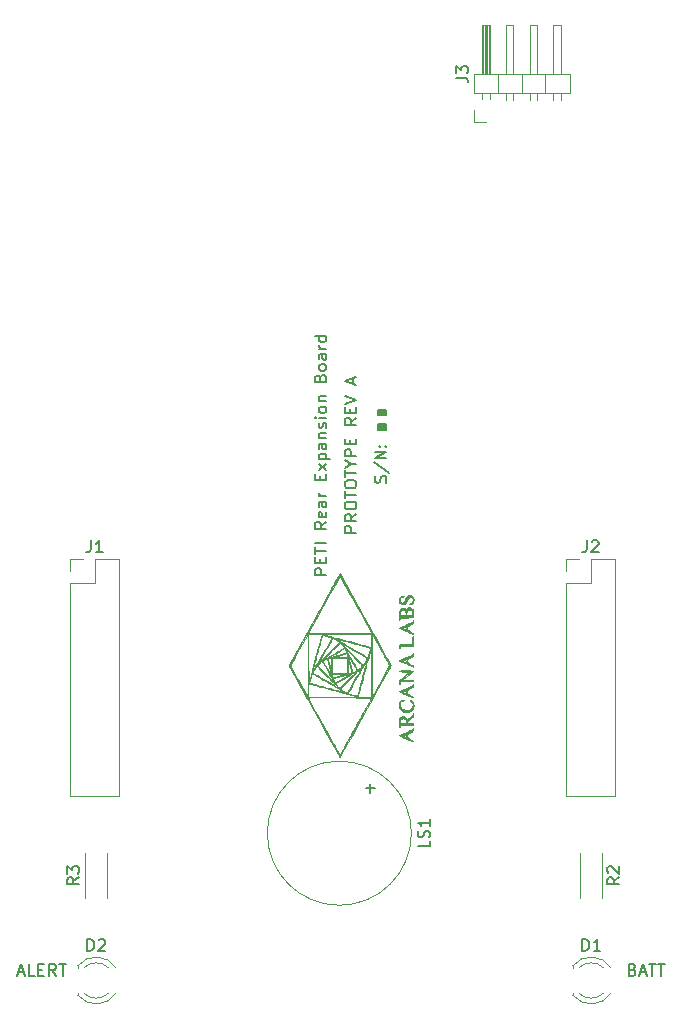
<source format=gbr>
G04 #@! TF.GenerationSoftware,KiCad,Pcbnew,5.1.5+dfsg1-2build2*
G04 #@! TF.CreationDate,2021-11-16T20:06:46-04:00*
G04 #@! TF.ProjectId,prototyping_backplane,70726f74-6f74-4797-9069-6e675f626163,rev?*
G04 #@! TF.SameCoordinates,Original*
G04 #@! TF.FileFunction,Legend,Top*
G04 #@! TF.FilePolarity,Positive*
%FSLAX46Y46*%
G04 Gerber Fmt 4.6, Leading zero omitted, Abs format (unit mm)*
G04 Created by KiCad (PCBNEW 5.1.5+dfsg1-2build2) date 2021-11-16 20:06:46*
%MOMM*%
%LPD*%
G04 APERTURE LIST*
%ADD10C,0.150000*%
%ADD11C,0.010000*%
%ADD12C,0.120000*%
G04 APERTURE END LIST*
D10*
X183284761Y-81041428D02*
X183332380Y-80898571D01*
X183332380Y-80660476D01*
X183284761Y-80565238D01*
X183237142Y-80517619D01*
X183141904Y-80470000D01*
X183046666Y-80470000D01*
X182951428Y-80517619D01*
X182903809Y-80565238D01*
X182856190Y-80660476D01*
X182808571Y-80850952D01*
X182760952Y-80946190D01*
X182713333Y-80993809D01*
X182618095Y-81041428D01*
X182522857Y-81041428D01*
X182427619Y-80993809D01*
X182380000Y-80946190D01*
X182332380Y-80850952D01*
X182332380Y-80612857D01*
X182380000Y-80470000D01*
X182284761Y-79327142D02*
X183570476Y-80184285D01*
X183332380Y-78993809D02*
X182332380Y-78993809D01*
X183332380Y-78422380D01*
X182332380Y-78422380D01*
X183237142Y-77946190D02*
X183284761Y-77898571D01*
X183332380Y-77946190D01*
X183284761Y-77993809D01*
X183237142Y-77946190D01*
X183332380Y-77946190D01*
X182713333Y-77946190D02*
X182760952Y-77898571D01*
X182808571Y-77946190D01*
X182760952Y-77993809D01*
X182713333Y-77946190D01*
X182808571Y-77946190D01*
X183332380Y-76565238D02*
X182856190Y-76089047D01*
X183284761Y-76565238D02*
X182808571Y-76089047D01*
X183237142Y-76565238D02*
X182760952Y-76089047D01*
X183189523Y-76565238D02*
X182713333Y-76089047D01*
X183141904Y-76565238D02*
X182665714Y-76089047D01*
X183094285Y-76565238D02*
X182618095Y-76089047D01*
X183046666Y-76565238D02*
X182570476Y-76089047D01*
X182999047Y-76565238D02*
X182570476Y-76136666D01*
X182951428Y-76565238D02*
X182570476Y-76184285D01*
X182903809Y-76565238D02*
X182570476Y-76231904D01*
X182856190Y-76565238D02*
X182570476Y-76279523D01*
X182808571Y-76565238D02*
X182570476Y-76327142D01*
X182760952Y-76565238D02*
X182570476Y-76374761D01*
X182713333Y-76565238D02*
X182570476Y-76422380D01*
X182665714Y-76565238D02*
X182570476Y-76470000D01*
X182618095Y-76565238D02*
X182570476Y-76517619D01*
X183332380Y-76517619D02*
X182903809Y-76089047D01*
X183332380Y-76470000D02*
X182951428Y-76089047D01*
X183332380Y-76422380D02*
X182999047Y-76089047D01*
X183332380Y-76374761D02*
X183046666Y-76089047D01*
X183332380Y-76327142D02*
X183094285Y-76089047D01*
X183332380Y-76279523D02*
X183141904Y-76089047D01*
X183332380Y-76231904D02*
X183189523Y-76089047D01*
X183332380Y-76184285D02*
X183237142Y-76089047D01*
X183332380Y-76136666D02*
X183284761Y-76089047D01*
X183332380Y-76565238D02*
X182570476Y-76565238D01*
X182570476Y-76089047D01*
X183332380Y-76089047D01*
X183332380Y-76565238D01*
X183332380Y-75327142D02*
X182856190Y-74850952D01*
X183284761Y-75327142D02*
X182808571Y-74850952D01*
X183237142Y-75327142D02*
X182760952Y-74850952D01*
X183189523Y-75327142D02*
X182713333Y-74850952D01*
X183141904Y-75327142D02*
X182665714Y-74850952D01*
X183094285Y-75327142D02*
X182618095Y-74850952D01*
X183046666Y-75327142D02*
X182570476Y-74850952D01*
X182999047Y-75327142D02*
X182570476Y-74898571D01*
X182951428Y-75327142D02*
X182570476Y-74946190D01*
X182903809Y-75327142D02*
X182570476Y-74993809D01*
X182856190Y-75327142D02*
X182570476Y-75041428D01*
X182808571Y-75327142D02*
X182570476Y-75089047D01*
X182760952Y-75327142D02*
X182570476Y-75136666D01*
X182713333Y-75327142D02*
X182570476Y-75184285D01*
X182665714Y-75327142D02*
X182570476Y-75231904D01*
X182618095Y-75327142D02*
X182570476Y-75279523D01*
X183332380Y-75279523D02*
X182903809Y-74850952D01*
X183332380Y-75231904D02*
X182951428Y-74850952D01*
X183332380Y-75184285D02*
X182999047Y-74850952D01*
X183332380Y-75136666D02*
X183046666Y-74850952D01*
X183332380Y-75089047D02*
X183094285Y-74850952D01*
X183332380Y-75041428D02*
X183141904Y-74850952D01*
X183332380Y-74993809D02*
X183189523Y-74850952D01*
X183332380Y-74946190D02*
X183237142Y-74850952D01*
X183332380Y-74898571D02*
X183284761Y-74850952D01*
X183332380Y-75327142D02*
X182570476Y-75327142D01*
X182570476Y-74850952D01*
X183332380Y-74850952D01*
X183332380Y-75327142D01*
X180792380Y-85263809D02*
X179792380Y-85263809D01*
X179792380Y-84882857D01*
X179840000Y-84787619D01*
X179887619Y-84740000D01*
X179982857Y-84692380D01*
X180125714Y-84692380D01*
X180220952Y-84740000D01*
X180268571Y-84787619D01*
X180316190Y-84882857D01*
X180316190Y-85263809D01*
X180792380Y-83692380D02*
X180316190Y-84025714D01*
X180792380Y-84263809D02*
X179792380Y-84263809D01*
X179792380Y-83882857D01*
X179840000Y-83787619D01*
X179887619Y-83740000D01*
X179982857Y-83692380D01*
X180125714Y-83692380D01*
X180220952Y-83740000D01*
X180268571Y-83787619D01*
X180316190Y-83882857D01*
X180316190Y-84263809D01*
X179792380Y-83073333D02*
X179792380Y-82882857D01*
X179840000Y-82787619D01*
X179935238Y-82692380D01*
X180125714Y-82644761D01*
X180459047Y-82644761D01*
X180649523Y-82692380D01*
X180744761Y-82787619D01*
X180792380Y-82882857D01*
X180792380Y-83073333D01*
X180744761Y-83168571D01*
X180649523Y-83263809D01*
X180459047Y-83311428D01*
X180125714Y-83311428D01*
X179935238Y-83263809D01*
X179840000Y-83168571D01*
X179792380Y-83073333D01*
X179792380Y-82359047D02*
X179792380Y-81787619D01*
X180792380Y-82073333D02*
X179792380Y-82073333D01*
X179792380Y-81263809D02*
X179792380Y-81073333D01*
X179840000Y-80978095D01*
X179935238Y-80882857D01*
X180125714Y-80835238D01*
X180459047Y-80835238D01*
X180649523Y-80882857D01*
X180744761Y-80978095D01*
X180792380Y-81073333D01*
X180792380Y-81263809D01*
X180744761Y-81359047D01*
X180649523Y-81454285D01*
X180459047Y-81501904D01*
X180125714Y-81501904D01*
X179935238Y-81454285D01*
X179840000Y-81359047D01*
X179792380Y-81263809D01*
X179792380Y-80549523D02*
X179792380Y-79978095D01*
X180792380Y-80263809D02*
X179792380Y-80263809D01*
X180316190Y-79454285D02*
X180792380Y-79454285D01*
X179792380Y-79787619D02*
X180316190Y-79454285D01*
X179792380Y-79120952D01*
X180792380Y-78787619D02*
X179792380Y-78787619D01*
X179792380Y-78406666D01*
X179840000Y-78311428D01*
X179887619Y-78263809D01*
X179982857Y-78216190D01*
X180125714Y-78216190D01*
X180220952Y-78263809D01*
X180268571Y-78311428D01*
X180316190Y-78406666D01*
X180316190Y-78787619D01*
X180268571Y-77787619D02*
X180268571Y-77454285D01*
X180792380Y-77311428D02*
X180792380Y-77787619D01*
X179792380Y-77787619D01*
X179792380Y-77311428D01*
X180792380Y-75549523D02*
X180316190Y-75882857D01*
X180792380Y-76120952D02*
X179792380Y-76120952D01*
X179792380Y-75740000D01*
X179840000Y-75644761D01*
X179887619Y-75597142D01*
X179982857Y-75549523D01*
X180125714Y-75549523D01*
X180220952Y-75597142D01*
X180268571Y-75644761D01*
X180316190Y-75740000D01*
X180316190Y-76120952D01*
X180268571Y-75120952D02*
X180268571Y-74787619D01*
X180792380Y-74644761D02*
X180792380Y-75120952D01*
X179792380Y-75120952D01*
X179792380Y-74644761D01*
X179792380Y-74359047D02*
X180792380Y-74025714D01*
X179792380Y-73692380D01*
X180506666Y-72644761D02*
X180506666Y-72168571D01*
X180792380Y-72740000D02*
X179792380Y-72406666D01*
X180792380Y-72073333D01*
X178252380Y-88835238D02*
X177252380Y-88835238D01*
X177252380Y-88454285D01*
X177300000Y-88359047D01*
X177347619Y-88311428D01*
X177442857Y-88263809D01*
X177585714Y-88263809D01*
X177680952Y-88311428D01*
X177728571Y-88359047D01*
X177776190Y-88454285D01*
X177776190Y-88835238D01*
X177728571Y-87835238D02*
X177728571Y-87501904D01*
X178252380Y-87359047D02*
X178252380Y-87835238D01*
X177252380Y-87835238D01*
X177252380Y-87359047D01*
X177252380Y-87073333D02*
X177252380Y-86501904D01*
X178252380Y-86787619D02*
X177252380Y-86787619D01*
X178252380Y-86168571D02*
X177252380Y-86168571D01*
X178252380Y-84359047D02*
X177776190Y-84692380D01*
X178252380Y-84930476D02*
X177252380Y-84930476D01*
X177252380Y-84549523D01*
X177300000Y-84454285D01*
X177347619Y-84406666D01*
X177442857Y-84359047D01*
X177585714Y-84359047D01*
X177680952Y-84406666D01*
X177728571Y-84454285D01*
X177776190Y-84549523D01*
X177776190Y-84930476D01*
X178204761Y-83549523D02*
X178252380Y-83644761D01*
X178252380Y-83835238D01*
X178204761Y-83930476D01*
X178109523Y-83978095D01*
X177728571Y-83978095D01*
X177633333Y-83930476D01*
X177585714Y-83835238D01*
X177585714Y-83644761D01*
X177633333Y-83549523D01*
X177728571Y-83501904D01*
X177823809Y-83501904D01*
X177919047Y-83978095D01*
X178252380Y-82644761D02*
X177728571Y-82644761D01*
X177633333Y-82692380D01*
X177585714Y-82787619D01*
X177585714Y-82978095D01*
X177633333Y-83073333D01*
X178204761Y-82644761D02*
X178252380Y-82740000D01*
X178252380Y-82978095D01*
X178204761Y-83073333D01*
X178109523Y-83120952D01*
X178014285Y-83120952D01*
X177919047Y-83073333D01*
X177871428Y-82978095D01*
X177871428Y-82740000D01*
X177823809Y-82644761D01*
X178252380Y-82168571D02*
X177585714Y-82168571D01*
X177776190Y-82168571D02*
X177680952Y-82120952D01*
X177633333Y-82073333D01*
X177585714Y-81978095D01*
X177585714Y-81882857D01*
X177728571Y-80787619D02*
X177728571Y-80454285D01*
X178252380Y-80311428D02*
X178252380Y-80787619D01*
X177252380Y-80787619D01*
X177252380Y-80311428D01*
X178252380Y-79978095D02*
X177585714Y-79454285D01*
X177585714Y-79978095D02*
X178252380Y-79454285D01*
X177585714Y-79073333D02*
X178585714Y-79073333D01*
X177633333Y-79073333D02*
X177585714Y-78978095D01*
X177585714Y-78787619D01*
X177633333Y-78692380D01*
X177680952Y-78644761D01*
X177776190Y-78597142D01*
X178061904Y-78597142D01*
X178157142Y-78644761D01*
X178204761Y-78692380D01*
X178252380Y-78787619D01*
X178252380Y-78978095D01*
X178204761Y-79073333D01*
X178252380Y-77740000D02*
X177728571Y-77740000D01*
X177633333Y-77787619D01*
X177585714Y-77882857D01*
X177585714Y-78073333D01*
X177633333Y-78168571D01*
X178204761Y-77740000D02*
X178252380Y-77835238D01*
X178252380Y-78073333D01*
X178204761Y-78168571D01*
X178109523Y-78216190D01*
X178014285Y-78216190D01*
X177919047Y-78168571D01*
X177871428Y-78073333D01*
X177871428Y-77835238D01*
X177823809Y-77740000D01*
X177585714Y-77263809D02*
X178252380Y-77263809D01*
X177680952Y-77263809D02*
X177633333Y-77216190D01*
X177585714Y-77120952D01*
X177585714Y-76978095D01*
X177633333Y-76882857D01*
X177728571Y-76835238D01*
X178252380Y-76835238D01*
X178204761Y-76406666D02*
X178252380Y-76311428D01*
X178252380Y-76120952D01*
X178204761Y-76025714D01*
X178109523Y-75978095D01*
X178061904Y-75978095D01*
X177966666Y-76025714D01*
X177919047Y-76120952D01*
X177919047Y-76263809D01*
X177871428Y-76359047D01*
X177776190Y-76406666D01*
X177728571Y-76406666D01*
X177633333Y-76359047D01*
X177585714Y-76263809D01*
X177585714Y-76120952D01*
X177633333Y-76025714D01*
X178252380Y-75549523D02*
X177585714Y-75549523D01*
X177252380Y-75549523D02*
X177300000Y-75597142D01*
X177347619Y-75549523D01*
X177300000Y-75501904D01*
X177252380Y-75549523D01*
X177347619Y-75549523D01*
X178252380Y-74930476D02*
X178204761Y-75025714D01*
X178157142Y-75073333D01*
X178061904Y-75120952D01*
X177776190Y-75120952D01*
X177680952Y-75073333D01*
X177633333Y-75025714D01*
X177585714Y-74930476D01*
X177585714Y-74787619D01*
X177633333Y-74692380D01*
X177680952Y-74644761D01*
X177776190Y-74597142D01*
X178061904Y-74597142D01*
X178157142Y-74644761D01*
X178204761Y-74692380D01*
X178252380Y-74787619D01*
X178252380Y-74930476D01*
X177585714Y-74168571D02*
X178252380Y-74168571D01*
X177680952Y-74168571D02*
X177633333Y-74120952D01*
X177585714Y-74025714D01*
X177585714Y-73882857D01*
X177633333Y-73787619D01*
X177728571Y-73740000D01*
X178252380Y-73740000D01*
X177728571Y-72168571D02*
X177776190Y-72025714D01*
X177823809Y-71978095D01*
X177919047Y-71930476D01*
X178061904Y-71930476D01*
X178157142Y-71978095D01*
X178204761Y-72025714D01*
X178252380Y-72120952D01*
X178252380Y-72501904D01*
X177252380Y-72501904D01*
X177252380Y-72168571D01*
X177300000Y-72073333D01*
X177347619Y-72025714D01*
X177442857Y-71978095D01*
X177538095Y-71978095D01*
X177633333Y-72025714D01*
X177680952Y-72073333D01*
X177728571Y-72168571D01*
X177728571Y-72501904D01*
X178252380Y-71359047D02*
X178204761Y-71454285D01*
X178157142Y-71501904D01*
X178061904Y-71549523D01*
X177776190Y-71549523D01*
X177680952Y-71501904D01*
X177633333Y-71454285D01*
X177585714Y-71359047D01*
X177585714Y-71216190D01*
X177633333Y-71120952D01*
X177680952Y-71073333D01*
X177776190Y-71025714D01*
X178061904Y-71025714D01*
X178157142Y-71073333D01*
X178204761Y-71120952D01*
X178252380Y-71216190D01*
X178252380Y-71359047D01*
X178252380Y-70168571D02*
X177728571Y-70168571D01*
X177633333Y-70216190D01*
X177585714Y-70311428D01*
X177585714Y-70501904D01*
X177633333Y-70597142D01*
X178204761Y-70168571D02*
X178252380Y-70263809D01*
X178252380Y-70501904D01*
X178204761Y-70597142D01*
X178109523Y-70644761D01*
X178014285Y-70644761D01*
X177919047Y-70597142D01*
X177871428Y-70501904D01*
X177871428Y-70263809D01*
X177823809Y-70168571D01*
X178252380Y-69692380D02*
X177585714Y-69692380D01*
X177776190Y-69692380D02*
X177680952Y-69644761D01*
X177633333Y-69597142D01*
X177585714Y-69501904D01*
X177585714Y-69406666D01*
X178252380Y-68644761D02*
X177252380Y-68644761D01*
X178204761Y-68644761D02*
X178252380Y-68740000D01*
X178252380Y-68930476D01*
X178204761Y-69025714D01*
X178157142Y-69073333D01*
X178061904Y-69120952D01*
X177776190Y-69120952D01*
X177680952Y-69073333D01*
X177633333Y-69025714D01*
X177585714Y-68930476D01*
X177585714Y-68740000D01*
X177633333Y-68644761D01*
D11*
G36*
X184391472Y-99762440D02*
G01*
X184423696Y-99650254D01*
X184465324Y-99556485D01*
X184511314Y-99496666D01*
X184571307Y-99462741D01*
X184654943Y-99446657D01*
X184668912Y-99445385D01*
X184742367Y-99443636D01*
X184778451Y-99452307D01*
X184775723Y-99469469D01*
X184732742Y-99493194D01*
X184710909Y-99501620D01*
X184595726Y-99563084D01*
X184510975Y-99650796D01*
X184460181Y-99759927D01*
X184446334Y-99864333D01*
X184465320Y-99987264D01*
X184520959Y-100091172D01*
X184611275Y-100174349D01*
X184734288Y-100235085D01*
X184888022Y-100271671D01*
X184922584Y-100275972D01*
X185087553Y-100278245D01*
X185232657Y-100249266D01*
X185354339Y-100191253D01*
X185449042Y-100106425D01*
X185513211Y-99996999D01*
X185540541Y-99890545D01*
X185538352Y-99768735D01*
X185496679Y-99655997D01*
X185414172Y-99548832D01*
X185405415Y-99540048D01*
X185356778Y-99488815D01*
X185325363Y-99449250D01*
X185317973Y-99430138D01*
X185342391Y-99432798D01*
X185385515Y-99459838D01*
X185438510Y-99503490D01*
X185492542Y-99555982D01*
X185538775Y-99609545D01*
X185562905Y-99645542D01*
X185602644Y-99751241D01*
X185621483Y-99877164D01*
X185617825Y-100005863D01*
X185602819Y-100082064D01*
X185545497Y-100210751D01*
X185451098Y-100320001D01*
X185334807Y-100401851D01*
X185276422Y-100433052D01*
X185226451Y-100452447D01*
X185171537Y-100462801D01*
X185098325Y-100466879D01*
X185017834Y-100467481D01*
X184917664Y-100466002D01*
X184846480Y-100460057D01*
X184790984Y-100447206D01*
X184737877Y-100425009D01*
X184710917Y-100411163D01*
X184575067Y-100317433D01*
X184473492Y-100201177D01*
X184407897Y-100066915D01*
X184379989Y-99919163D01*
X184391472Y-99762440D01*
G37*
X184391472Y-99762440D02*
X184423696Y-99650254D01*
X184465324Y-99556485D01*
X184511314Y-99496666D01*
X184571307Y-99462741D01*
X184654943Y-99446657D01*
X184668912Y-99445385D01*
X184742367Y-99443636D01*
X184778451Y-99452307D01*
X184775723Y-99469469D01*
X184732742Y-99493194D01*
X184710909Y-99501620D01*
X184595726Y-99563084D01*
X184510975Y-99650796D01*
X184460181Y-99759927D01*
X184446334Y-99864333D01*
X184465320Y-99987264D01*
X184520959Y-100091172D01*
X184611275Y-100174349D01*
X184734288Y-100235085D01*
X184888022Y-100271671D01*
X184922584Y-100275972D01*
X185087553Y-100278245D01*
X185232657Y-100249266D01*
X185354339Y-100191253D01*
X185449042Y-100106425D01*
X185513211Y-99996999D01*
X185540541Y-99890545D01*
X185538352Y-99768735D01*
X185496679Y-99655997D01*
X185414172Y-99548832D01*
X185405415Y-99540048D01*
X185356778Y-99488815D01*
X185325363Y-99449250D01*
X185317973Y-99430138D01*
X185342391Y-99432798D01*
X185385515Y-99459838D01*
X185438510Y-99503490D01*
X185492542Y-99555982D01*
X185538775Y-99609545D01*
X185562905Y-99645542D01*
X185602644Y-99751241D01*
X185621483Y-99877164D01*
X185617825Y-100005863D01*
X185602819Y-100082064D01*
X185545497Y-100210751D01*
X185451098Y-100320001D01*
X185334807Y-100401851D01*
X185276422Y-100433052D01*
X185226451Y-100452447D01*
X185171537Y-100462801D01*
X185098325Y-100466879D01*
X185017834Y-100467481D01*
X184917664Y-100466002D01*
X184846480Y-100460057D01*
X184790984Y-100447206D01*
X184737877Y-100425009D01*
X184710917Y-100411163D01*
X184575067Y-100317433D01*
X184473492Y-100201177D01*
X184407897Y-100066915D01*
X184379989Y-99919163D01*
X184391472Y-99762440D01*
G36*
X184404926Y-90844663D02*
G01*
X184453561Y-90735508D01*
X184493367Y-90683580D01*
X184525740Y-90656565D01*
X184567096Y-90641935D01*
X184630619Y-90636241D01*
X184676506Y-90635666D01*
X184753548Y-90638642D01*
X184788731Y-90647720D01*
X184782121Y-90663126D01*
X184733781Y-90685086D01*
X184694504Y-90698428D01*
X184588355Y-90750049D01*
X184509792Y-90825416D01*
X184466713Y-90913756D01*
X184456944Y-91007898D01*
X184476122Y-91092659D01*
X184519460Y-91159400D01*
X184582171Y-91199486D01*
X184629336Y-91207166D01*
X184683958Y-91192395D01*
X184742911Y-91146275D01*
X184808688Y-91066099D01*
X184883784Y-90949160D01*
X184912000Y-90900336D01*
X184998373Y-90759904D01*
X185078539Y-90658003D01*
X185156508Y-90592081D01*
X185236287Y-90559587D01*
X185321886Y-90557968D01*
X185411478Y-90582412D01*
X185503875Y-90639026D01*
X185572869Y-90724984D01*
X185615702Y-90832673D01*
X185629620Y-90954479D01*
X185611865Y-91082789D01*
X185603177Y-91111916D01*
X185564546Y-91216808D01*
X185525514Y-91286795D01*
X185478219Y-91328646D01*
X185414800Y-91349127D01*
X185327394Y-91355006D01*
X185320708Y-91355044D01*
X185260544Y-91349624D01*
X185223244Y-91335886D01*
X185215122Y-91318296D01*
X185242494Y-91301318D01*
X185244034Y-91300832D01*
X185374166Y-91248600D01*
X185466032Y-91182780D01*
X185522354Y-91100380D01*
X185545852Y-90998405D01*
X185546921Y-90967650D01*
X185534079Y-90856634D01*
X185495926Y-90777938D01*
X185433319Y-90732736D01*
X185367084Y-90721477D01*
X185317714Y-90727818D01*
X185272315Y-90750750D01*
X185225292Y-90795629D01*
X185171053Y-90867810D01*
X185104003Y-90972649D01*
X185102972Y-90974333D01*
X185049048Y-91060709D01*
X184996712Y-91141587D01*
X184954045Y-91204599D01*
X184939053Y-91225287D01*
X184857624Y-91302231D01*
X184762609Y-91343766D01*
X184662486Y-91350406D01*
X184565728Y-91322667D01*
X184480811Y-91261066D01*
X184430807Y-91194380D01*
X184391925Y-91087355D01*
X184383839Y-90966365D01*
X184404926Y-90844663D01*
G37*
X184404926Y-90844663D02*
X184453561Y-90735508D01*
X184493367Y-90683580D01*
X184525740Y-90656565D01*
X184567096Y-90641935D01*
X184630619Y-90636241D01*
X184676506Y-90635666D01*
X184753548Y-90638642D01*
X184788731Y-90647720D01*
X184782121Y-90663126D01*
X184733781Y-90685086D01*
X184694504Y-90698428D01*
X184588355Y-90750049D01*
X184509792Y-90825416D01*
X184466713Y-90913756D01*
X184456944Y-91007898D01*
X184476122Y-91092659D01*
X184519460Y-91159400D01*
X184582171Y-91199486D01*
X184629336Y-91207166D01*
X184683958Y-91192395D01*
X184742911Y-91146275D01*
X184808688Y-91066099D01*
X184883784Y-90949160D01*
X184912000Y-90900336D01*
X184998373Y-90759904D01*
X185078539Y-90658003D01*
X185156508Y-90592081D01*
X185236287Y-90559587D01*
X185321886Y-90557968D01*
X185411478Y-90582412D01*
X185503875Y-90639026D01*
X185572869Y-90724984D01*
X185615702Y-90832673D01*
X185629620Y-90954479D01*
X185611865Y-91082789D01*
X185603177Y-91111916D01*
X185564546Y-91216808D01*
X185525514Y-91286795D01*
X185478219Y-91328646D01*
X185414800Y-91349127D01*
X185327394Y-91355006D01*
X185320708Y-91355044D01*
X185260544Y-91349624D01*
X185223244Y-91335886D01*
X185215122Y-91318296D01*
X185242494Y-91301318D01*
X185244034Y-91300832D01*
X185374166Y-91248600D01*
X185466032Y-91182780D01*
X185522354Y-91100380D01*
X185545852Y-90998405D01*
X185546921Y-90967650D01*
X185534079Y-90856634D01*
X185495926Y-90777938D01*
X185433319Y-90732736D01*
X185367084Y-90721477D01*
X185317714Y-90727818D01*
X185272315Y-90750750D01*
X185225292Y-90795629D01*
X185171053Y-90867810D01*
X185104003Y-90972649D01*
X185102972Y-90974333D01*
X185049048Y-91060709D01*
X184996712Y-91141587D01*
X184954045Y-91204599D01*
X184939053Y-91225287D01*
X184857624Y-91302231D01*
X184762609Y-91343766D01*
X184662486Y-91350406D01*
X184565728Y-91322667D01*
X184480811Y-91261066D01*
X184430807Y-91194380D01*
X184391925Y-91087355D01*
X184383839Y-90966365D01*
X184404926Y-90844663D01*
G36*
X184409410Y-102405010D02*
G01*
X184464112Y-102377605D01*
X184547161Y-102339307D01*
X184653101Y-102292586D01*
X184776475Y-102239915D01*
X184870980Y-102200543D01*
X185047831Y-102127339D01*
X185189537Y-102067840D01*
X185300212Y-102019916D01*
X185383972Y-101981436D01*
X185444929Y-101950270D01*
X185487201Y-101924286D01*
X185514900Y-101901355D01*
X185532141Y-101879346D01*
X185543040Y-101856128D01*
X185544617Y-101851739D01*
X185569348Y-101804042D01*
X185592779Y-101793287D01*
X185607849Y-101819802D01*
X185610035Y-101848708D01*
X185596444Y-101924486D01*
X185562458Y-102007023D01*
X185516660Y-102079093D01*
X185475392Y-102118908D01*
X185437280Y-102139341D01*
X185368351Y-102172007D01*
X185276965Y-102213104D01*
X185171483Y-102258827D01*
X185119076Y-102280976D01*
X185007899Y-102327609D01*
X184904775Y-102370943D01*
X184818700Y-102407190D01*
X184758670Y-102432567D01*
X184742667Y-102439381D01*
X184668584Y-102471094D01*
X184799989Y-102531256D01*
X184894396Y-102574252D01*
X184956666Y-102599454D01*
X184993472Y-102605971D01*
X185011486Y-102592917D01*
X185017383Y-102559403D01*
X185017834Y-102504540D01*
X185017834Y-102502259D01*
X185021392Y-102435553D01*
X185030552Y-102387550D01*
X185039000Y-102372583D01*
X185055557Y-102379177D01*
X185060167Y-102403927D01*
X185079033Y-102487251D01*
X185130745Y-102575819D01*
X185207970Y-102661541D01*
X185303375Y-102736323D01*
X185409628Y-102792074D01*
X185413105Y-102793445D01*
X185515235Y-102837518D01*
X185579101Y-102875678D01*
X185607996Y-102910094D01*
X185610500Y-102923404D01*
X185602432Y-102951303D01*
X185595835Y-102954666D01*
X185567497Y-102946490D01*
X185507669Y-102923637D01*
X185422017Y-102888620D01*
X185316206Y-102843953D01*
X185195901Y-102792148D01*
X185066767Y-102735720D01*
X184934470Y-102677182D01*
X184804674Y-102619046D01*
X184683046Y-102563826D01*
X184575250Y-102514037D01*
X184486952Y-102472190D01*
X184423816Y-102440799D01*
X184391509Y-102422377D01*
X184388511Y-102419051D01*
X184409410Y-102405010D01*
G37*
X184409410Y-102405010D02*
X184464112Y-102377605D01*
X184547161Y-102339307D01*
X184653101Y-102292586D01*
X184776475Y-102239915D01*
X184870980Y-102200543D01*
X185047831Y-102127339D01*
X185189537Y-102067840D01*
X185300212Y-102019916D01*
X185383972Y-101981436D01*
X185444929Y-101950270D01*
X185487201Y-101924286D01*
X185514900Y-101901355D01*
X185532141Y-101879346D01*
X185543040Y-101856128D01*
X185544617Y-101851739D01*
X185569348Y-101804042D01*
X185592779Y-101793287D01*
X185607849Y-101819802D01*
X185610035Y-101848708D01*
X185596444Y-101924486D01*
X185562458Y-102007023D01*
X185516660Y-102079093D01*
X185475392Y-102118908D01*
X185437280Y-102139341D01*
X185368351Y-102172007D01*
X185276965Y-102213104D01*
X185171483Y-102258827D01*
X185119076Y-102280976D01*
X185007899Y-102327609D01*
X184904775Y-102370943D01*
X184818700Y-102407190D01*
X184758670Y-102432567D01*
X184742667Y-102439381D01*
X184668584Y-102471094D01*
X184799989Y-102531256D01*
X184894396Y-102574252D01*
X184956666Y-102599454D01*
X184993472Y-102605971D01*
X185011486Y-102592917D01*
X185017383Y-102559403D01*
X185017834Y-102504540D01*
X185017834Y-102502259D01*
X185021392Y-102435553D01*
X185030552Y-102387550D01*
X185039000Y-102372583D01*
X185055557Y-102379177D01*
X185060167Y-102403927D01*
X185079033Y-102487251D01*
X185130745Y-102575819D01*
X185207970Y-102661541D01*
X185303375Y-102736323D01*
X185409628Y-102792074D01*
X185413105Y-102793445D01*
X185515235Y-102837518D01*
X185579101Y-102875678D01*
X185607996Y-102910094D01*
X185610500Y-102923404D01*
X185602432Y-102951303D01*
X185595835Y-102954666D01*
X185567497Y-102946490D01*
X185507669Y-102923637D01*
X185422017Y-102888620D01*
X185316206Y-102843953D01*
X185195901Y-102792148D01*
X185066767Y-102735720D01*
X184934470Y-102677182D01*
X184804674Y-102619046D01*
X184683046Y-102563826D01*
X184575250Y-102514037D01*
X184486952Y-102472190D01*
X184423816Y-102440799D01*
X184391509Y-102422377D01*
X184388511Y-102419051D01*
X184409410Y-102405010D01*
G36*
X184405840Y-101266950D02*
G01*
X184409391Y-101169126D01*
X184414834Y-101087562D01*
X184422155Y-101030622D01*
X184426513Y-101014003D01*
X184479152Y-100924182D01*
X184556135Y-100854792D01*
X184647045Y-100812206D01*
X184741465Y-100802798D01*
X184765479Y-100806611D01*
X184838032Y-100837442D01*
X184908344Y-100891294D01*
X184962840Y-100955775D01*
X184986278Y-101008220D01*
X185002220Y-101052296D01*
X185021362Y-101070832D01*
X185021513Y-101070833D01*
X185047239Y-101058962D01*
X185098444Y-101027195D01*
X185166939Y-100981304D01*
X185244535Y-100927057D01*
X185323046Y-100870225D01*
X185394283Y-100816579D01*
X185450058Y-100771889D01*
X185467963Y-100756208D01*
X185513474Y-100698148D01*
X185546307Y-100628342D01*
X185548326Y-100621411D01*
X185566374Y-100573606D01*
X185585090Y-100552170D01*
X185590321Y-100552860D01*
X185601377Y-100579720D01*
X185608040Y-100634774D01*
X185609941Y-100704071D01*
X185606709Y-100773665D01*
X185597974Y-100829607D01*
X185597694Y-100830664D01*
X185575518Y-100860676D01*
X185522349Y-100909758D01*
X185442781Y-100974048D01*
X185341406Y-101049686D01*
X185312233Y-101070599D01*
X185208098Y-101145433D01*
X185134026Y-101201146D01*
X185085050Y-101242382D01*
X185056199Y-101273786D01*
X185042506Y-101300004D01*
X185039001Y-101325681D01*
X185039000Y-101326029D01*
X185039000Y-101387104D01*
X185319459Y-101393010D01*
X185599917Y-101398916D01*
X185606486Y-101478291D01*
X185613056Y-101557666D01*
X185070636Y-101557666D01*
X184894726Y-101558539D01*
X184745478Y-101561065D01*
X184626517Y-101565109D01*
X184541468Y-101570534D01*
X184493955Y-101577205D01*
X184490585Y-101578402D01*
X184490585Y-101388333D01*
X184975500Y-101388333D01*
X184975500Y-101313570D01*
X184966665Y-101238962D01*
X184946315Y-101168957D01*
X184889369Y-101080850D01*
X184808377Y-101025826D01*
X184710917Y-101007333D01*
X184616262Y-101026083D01*
X184541240Y-101077606D01*
X184491229Y-101154816D01*
X184471608Y-101250626D01*
X184476946Y-101315629D01*
X184490585Y-101388333D01*
X184490585Y-101578402D01*
X184487275Y-101579578D01*
X184453322Y-101620603D01*
X184446334Y-101664245D01*
X184440135Y-101708507D01*
X184425227Y-101727000D01*
X184425167Y-101727000D01*
X184417029Y-101707251D01*
X184410880Y-101653580D01*
X184406701Y-101574350D01*
X184404479Y-101477926D01*
X184404197Y-101372672D01*
X184405840Y-101266950D01*
G37*
X184405840Y-101266950D02*
X184409391Y-101169126D01*
X184414834Y-101087562D01*
X184422155Y-101030622D01*
X184426513Y-101014003D01*
X184479152Y-100924182D01*
X184556135Y-100854792D01*
X184647045Y-100812206D01*
X184741465Y-100802798D01*
X184765479Y-100806611D01*
X184838032Y-100837442D01*
X184908344Y-100891294D01*
X184962840Y-100955775D01*
X184986278Y-101008220D01*
X185002220Y-101052296D01*
X185021362Y-101070832D01*
X185021513Y-101070833D01*
X185047239Y-101058962D01*
X185098444Y-101027195D01*
X185166939Y-100981304D01*
X185244535Y-100927057D01*
X185323046Y-100870225D01*
X185394283Y-100816579D01*
X185450058Y-100771889D01*
X185467963Y-100756208D01*
X185513474Y-100698148D01*
X185546307Y-100628342D01*
X185548326Y-100621411D01*
X185566374Y-100573606D01*
X185585090Y-100552170D01*
X185590321Y-100552860D01*
X185601377Y-100579720D01*
X185608040Y-100634774D01*
X185609941Y-100704071D01*
X185606709Y-100773665D01*
X185597974Y-100829607D01*
X185597694Y-100830664D01*
X185575518Y-100860676D01*
X185522349Y-100909758D01*
X185442781Y-100974048D01*
X185341406Y-101049686D01*
X185312233Y-101070599D01*
X185208098Y-101145433D01*
X185134026Y-101201146D01*
X185085050Y-101242382D01*
X185056199Y-101273786D01*
X185042506Y-101300004D01*
X185039001Y-101325681D01*
X185039000Y-101326029D01*
X185039000Y-101387104D01*
X185319459Y-101393010D01*
X185599917Y-101398916D01*
X185606486Y-101478291D01*
X185613056Y-101557666D01*
X185070636Y-101557666D01*
X184894726Y-101558539D01*
X184745478Y-101561065D01*
X184626517Y-101565109D01*
X184541468Y-101570534D01*
X184493955Y-101577205D01*
X184490585Y-101578402D01*
X184490585Y-101388333D01*
X184975500Y-101388333D01*
X184975500Y-101313570D01*
X184966665Y-101238962D01*
X184946315Y-101168957D01*
X184889369Y-101080850D01*
X184808377Y-101025826D01*
X184710917Y-101007333D01*
X184616262Y-101026083D01*
X184541240Y-101077606D01*
X184491229Y-101154816D01*
X184471608Y-101250626D01*
X184476946Y-101315629D01*
X184490585Y-101388333D01*
X184490585Y-101578402D01*
X184487275Y-101579578D01*
X184453322Y-101620603D01*
X184446334Y-101664245D01*
X184440135Y-101708507D01*
X184425227Y-101727000D01*
X184425167Y-101727000D01*
X184417029Y-101707251D01*
X184410880Y-101653580D01*
X184406701Y-101574350D01*
X184404479Y-101477926D01*
X184404197Y-101372672D01*
X184405840Y-101266950D01*
G36*
X184412166Y-98687788D02*
G01*
X184464934Y-98659665D01*
X184546507Y-98620520D01*
X184651668Y-98572791D01*
X184775200Y-98518915D01*
X184890834Y-98470073D01*
X185064779Y-98397509D01*
X185203748Y-98338952D01*
X185311895Y-98292244D01*
X185393368Y-98255231D01*
X185452320Y-98225754D01*
X185492903Y-98201657D01*
X185519266Y-98180785D01*
X185535561Y-98160980D01*
X185545941Y-98140086D01*
X185550645Y-98127309D01*
X185574708Y-98076676D01*
X185594404Y-98065712D01*
X185605621Y-98091754D01*
X185604248Y-98152138D01*
X185603082Y-98161270D01*
X185591116Y-98227653D01*
X185572106Y-98283035D01*
X185541321Y-98331108D01*
X185494032Y-98375562D01*
X185425506Y-98420090D01*
X185331013Y-98468381D01*
X185205822Y-98524129D01*
X185060167Y-98584887D01*
X184946600Y-98631888D01*
X184846605Y-98674007D01*
X184766799Y-98708399D01*
X184713799Y-98732217D01*
X184694600Y-98742158D01*
X184705036Y-98756268D01*
X184746723Y-98782294D01*
X184811911Y-98815682D01*
X184848058Y-98832437D01*
X185017834Y-98908789D01*
X185017834Y-98784560D01*
X185021535Y-98708141D01*
X185031048Y-98662036D01*
X185043981Y-98649406D01*
X185057946Y-98673413D01*
X185067830Y-98718424D01*
X185103785Y-98815733D01*
X185177816Y-98910842D01*
X185285712Y-98999565D01*
X185423262Y-99077720D01*
X185435039Y-99083215D01*
X185525520Y-99128422D01*
X185585336Y-99166188D01*
X185610084Y-99193665D01*
X185610500Y-99196614D01*
X185600945Y-99225421D01*
X185592378Y-99229333D01*
X185563485Y-99221180D01*
X185502995Y-99198401D01*
X185416653Y-99163523D01*
X185310201Y-99119070D01*
X185189386Y-99067565D01*
X185059951Y-99011532D01*
X184927640Y-98953498D01*
X184798198Y-98895984D01*
X184677370Y-98841517D01*
X184570900Y-98792621D01*
X184484531Y-98751819D01*
X184424009Y-98721636D01*
X184395078Y-98704596D01*
X184393417Y-98702454D01*
X184412166Y-98687788D01*
G37*
X184412166Y-98687788D02*
X184464934Y-98659665D01*
X184546507Y-98620520D01*
X184651668Y-98572791D01*
X184775200Y-98518915D01*
X184890834Y-98470073D01*
X185064779Y-98397509D01*
X185203748Y-98338952D01*
X185311895Y-98292244D01*
X185393368Y-98255231D01*
X185452320Y-98225754D01*
X185492903Y-98201657D01*
X185519266Y-98180785D01*
X185535561Y-98160980D01*
X185545941Y-98140086D01*
X185550645Y-98127309D01*
X185574708Y-98076676D01*
X185594404Y-98065712D01*
X185605621Y-98091754D01*
X185604248Y-98152138D01*
X185603082Y-98161270D01*
X185591116Y-98227653D01*
X185572106Y-98283035D01*
X185541321Y-98331108D01*
X185494032Y-98375562D01*
X185425506Y-98420090D01*
X185331013Y-98468381D01*
X185205822Y-98524129D01*
X185060167Y-98584887D01*
X184946600Y-98631888D01*
X184846605Y-98674007D01*
X184766799Y-98708399D01*
X184713799Y-98732217D01*
X184694600Y-98742158D01*
X184705036Y-98756268D01*
X184746723Y-98782294D01*
X184811911Y-98815682D01*
X184848058Y-98832437D01*
X185017834Y-98908789D01*
X185017834Y-98784560D01*
X185021535Y-98708141D01*
X185031048Y-98662036D01*
X185043981Y-98649406D01*
X185057946Y-98673413D01*
X185067830Y-98718424D01*
X185103785Y-98815733D01*
X185177816Y-98910842D01*
X185285712Y-98999565D01*
X185423262Y-99077720D01*
X185435039Y-99083215D01*
X185525520Y-99128422D01*
X185585336Y-99166188D01*
X185610084Y-99193665D01*
X185610500Y-99196614D01*
X185600945Y-99225421D01*
X185592378Y-99229333D01*
X185563485Y-99221180D01*
X185502995Y-99198401D01*
X185416653Y-99163523D01*
X185310201Y-99119070D01*
X185189386Y-99067565D01*
X185059951Y-99011532D01*
X184927640Y-98953498D01*
X184798198Y-98895984D01*
X184677370Y-98841517D01*
X184570900Y-98792621D01*
X184484531Y-98751819D01*
X184424009Y-98721636D01*
X184395078Y-98704596D01*
X184393417Y-98702454D01*
X184412166Y-98687788D01*
G36*
X184403424Y-97931394D02*
G01*
X184410194Y-97858652D01*
X184422889Y-97791398D01*
X184440860Y-97741372D01*
X184443340Y-97737083D01*
X184470661Y-97706007D01*
X184526033Y-97653308D01*
X184604255Y-97583561D01*
X184700126Y-97501345D01*
X184808446Y-97411235D01*
X184876260Y-97356083D01*
X185269998Y-97038583D01*
X184836999Y-97032862D01*
X184691305Y-97030760D01*
X184582554Y-97028444D01*
X184505359Y-97025322D01*
X184454330Y-97020801D01*
X184424080Y-97014289D01*
X184409220Y-97005192D01*
X184404362Y-96992918D01*
X184404000Y-96985237D01*
X184405362Y-96973054D01*
X184412496Y-96963494D01*
X184429974Y-96956239D01*
X184462370Y-96950972D01*
X184514257Y-96947374D01*
X184590207Y-96945130D01*
X184694793Y-96943920D01*
X184832588Y-96943427D01*
X185007250Y-96943333D01*
X185171935Y-96943984D01*
X185316987Y-96945839D01*
X185437887Y-96948754D01*
X185530117Y-96952587D01*
X185589157Y-96957192D01*
X185610489Y-96962426D01*
X185610500Y-96962553D01*
X185594688Y-96980353D01*
X185550027Y-97021102D01*
X185480679Y-97081249D01*
X185390809Y-97157240D01*
X185284578Y-97245523D01*
X185166149Y-97342547D01*
X185145383Y-97359428D01*
X184680266Y-97737083D01*
X185138351Y-97747666D01*
X185300117Y-97752076D01*
X185423424Y-97757277D01*
X185512147Y-97763861D01*
X185570159Y-97772422D01*
X185601336Y-97783551D01*
X185609551Y-97797842D01*
X185598679Y-97815886D01*
X185596830Y-97817781D01*
X185572427Y-97821857D01*
X185511712Y-97825492D01*
X185420702Y-97828518D01*
X185305418Y-97830768D01*
X185171880Y-97832072D01*
X185076178Y-97832333D01*
X184570077Y-97832333D01*
X184508205Y-97894205D01*
X184464661Y-97952113D01*
X184446407Y-98007589D01*
X184446334Y-98010622D01*
X184439285Y-98051173D01*
X184425167Y-98065166D01*
X184410260Y-98046390D01*
X184403229Y-97997886D01*
X184403424Y-97931394D01*
G37*
X184403424Y-97931394D02*
X184410194Y-97858652D01*
X184422889Y-97791398D01*
X184440860Y-97741372D01*
X184443340Y-97737083D01*
X184470661Y-97706007D01*
X184526033Y-97653308D01*
X184604255Y-97583561D01*
X184700126Y-97501345D01*
X184808446Y-97411235D01*
X184876260Y-97356083D01*
X185269998Y-97038583D01*
X184836999Y-97032862D01*
X184691305Y-97030760D01*
X184582554Y-97028444D01*
X184505359Y-97025322D01*
X184454330Y-97020801D01*
X184424080Y-97014289D01*
X184409220Y-97005192D01*
X184404362Y-96992918D01*
X184404000Y-96985237D01*
X184405362Y-96973054D01*
X184412496Y-96963494D01*
X184429974Y-96956239D01*
X184462370Y-96950972D01*
X184514257Y-96947374D01*
X184590207Y-96945130D01*
X184694793Y-96943920D01*
X184832588Y-96943427D01*
X185007250Y-96943333D01*
X185171935Y-96943984D01*
X185316987Y-96945839D01*
X185437887Y-96948754D01*
X185530117Y-96952587D01*
X185589157Y-96957192D01*
X185610489Y-96962426D01*
X185610500Y-96962553D01*
X185594688Y-96980353D01*
X185550027Y-97021102D01*
X185480679Y-97081249D01*
X185390809Y-97157240D01*
X185284578Y-97245523D01*
X185166149Y-97342547D01*
X185145383Y-97359428D01*
X184680266Y-97737083D01*
X185138351Y-97747666D01*
X185300117Y-97752076D01*
X185423424Y-97757277D01*
X185512147Y-97763861D01*
X185570159Y-97772422D01*
X185601336Y-97783551D01*
X185609551Y-97797842D01*
X185598679Y-97815886D01*
X185596830Y-97817781D01*
X185572427Y-97821857D01*
X185511712Y-97825492D01*
X185420702Y-97828518D01*
X185305418Y-97830768D01*
X185171880Y-97832072D01*
X185076178Y-97832333D01*
X184570077Y-97832333D01*
X184508205Y-97894205D01*
X184464661Y-97952113D01*
X184446407Y-98007589D01*
X184446334Y-98010622D01*
X184439285Y-98051173D01*
X184425167Y-98065166D01*
X184410260Y-98046390D01*
X184403229Y-97997886D01*
X184403424Y-97931394D01*
G36*
X184410049Y-96074104D02*
G01*
X184464879Y-96046409D01*
X184548591Y-96007298D01*
X184656050Y-95959115D01*
X184782123Y-95904204D01*
X184921674Y-95844905D01*
X184926814Y-95842748D01*
X185068580Y-95782715D01*
X185198763Y-95726532D01*
X185311854Y-95676662D01*
X185402344Y-95635565D01*
X185464725Y-95605704D01*
X185493488Y-95589539D01*
X185493490Y-95589536D01*
X185530959Y-95544318D01*
X185548681Y-95510161D01*
X185570608Y-95472995D01*
X185588810Y-95461666D01*
X185606302Y-95479452D01*
X185608684Y-95525658D01*
X185596959Y-95589560D01*
X185572135Y-95660433D01*
X185569647Y-95666010D01*
X185548242Y-95706184D01*
X185520082Y-95741886D01*
X185480138Y-95776070D01*
X185423380Y-95811691D01*
X185344777Y-95851706D01*
X185239300Y-95899070D01*
X185101920Y-95956737D01*
X185012945Y-95993101D01*
X184903461Y-96038178D01*
X184809077Y-96078151D01*
X184736198Y-96110217D01*
X184691226Y-96131573D01*
X184679639Y-96139000D01*
X184699045Y-96152569D01*
X184757748Y-96180675D01*
X184855878Y-96223378D01*
X184993566Y-96280735D01*
X185000639Y-96283639D01*
X185009985Y-96268566D01*
X185016229Y-96222279D01*
X185017834Y-96173763D01*
X185021382Y-96106959D01*
X185030519Y-96058846D01*
X185039000Y-96043750D01*
X185055557Y-96050344D01*
X185060167Y-96075094D01*
X185075026Y-96141486D01*
X185114046Y-96220403D01*
X185168894Y-96297239D01*
X185212667Y-96342339D01*
X185266297Y-96380574D01*
X185344147Y-96425507D01*
X185430991Y-96468477D01*
X185446747Y-96475485D01*
X185543169Y-96522613D01*
X185598043Y-96561809D01*
X185611401Y-96593102D01*
X185594625Y-96611162D01*
X185570465Y-96606343D01*
X185514020Y-96586609D01*
X185430993Y-96554434D01*
X185327088Y-96512293D01*
X185208009Y-96462662D01*
X185079460Y-96408016D01*
X184947145Y-96350831D01*
X184816767Y-96293582D01*
X184694030Y-96238744D01*
X184584638Y-96188793D01*
X184494294Y-96146203D01*
X184428703Y-96113451D01*
X184393568Y-96093012D01*
X184389236Y-96088041D01*
X184410049Y-96074104D01*
G37*
X184410049Y-96074104D02*
X184464879Y-96046409D01*
X184548591Y-96007298D01*
X184656050Y-95959115D01*
X184782123Y-95904204D01*
X184921674Y-95844905D01*
X184926814Y-95842748D01*
X185068580Y-95782715D01*
X185198763Y-95726532D01*
X185311854Y-95676662D01*
X185402344Y-95635565D01*
X185464725Y-95605704D01*
X185493488Y-95589539D01*
X185493490Y-95589536D01*
X185530959Y-95544318D01*
X185548681Y-95510161D01*
X185570608Y-95472995D01*
X185588810Y-95461666D01*
X185606302Y-95479452D01*
X185608684Y-95525658D01*
X185596959Y-95589560D01*
X185572135Y-95660433D01*
X185569647Y-95666010D01*
X185548242Y-95706184D01*
X185520082Y-95741886D01*
X185480138Y-95776070D01*
X185423380Y-95811691D01*
X185344777Y-95851706D01*
X185239300Y-95899070D01*
X185101920Y-95956737D01*
X185012945Y-95993101D01*
X184903461Y-96038178D01*
X184809077Y-96078151D01*
X184736198Y-96110217D01*
X184691226Y-96131573D01*
X184679639Y-96139000D01*
X184699045Y-96152569D01*
X184757748Y-96180675D01*
X184855878Y-96223378D01*
X184993566Y-96280735D01*
X185000639Y-96283639D01*
X185009985Y-96268566D01*
X185016229Y-96222279D01*
X185017834Y-96173763D01*
X185021382Y-96106959D01*
X185030519Y-96058846D01*
X185039000Y-96043750D01*
X185055557Y-96050344D01*
X185060167Y-96075094D01*
X185075026Y-96141486D01*
X185114046Y-96220403D01*
X185168894Y-96297239D01*
X185212667Y-96342339D01*
X185266297Y-96380574D01*
X185344147Y-96425507D01*
X185430991Y-96468477D01*
X185446747Y-96475485D01*
X185543169Y-96522613D01*
X185598043Y-96561809D01*
X185611401Y-96593102D01*
X185594625Y-96611162D01*
X185570465Y-96606343D01*
X185514020Y-96586609D01*
X185430993Y-96554434D01*
X185327088Y-96512293D01*
X185208009Y-96462662D01*
X185079460Y-96408016D01*
X184947145Y-96350831D01*
X184816767Y-96293582D01*
X184694030Y-96238744D01*
X184584638Y-96188793D01*
X184494294Y-96146203D01*
X184428703Y-96113451D01*
X184393568Y-96093012D01*
X184389236Y-96088041D01*
X184410049Y-96074104D01*
G36*
X184412166Y-93311455D02*
G01*
X184464934Y-93283331D01*
X184546507Y-93244187D01*
X184651668Y-93196458D01*
X184775200Y-93142582D01*
X184890834Y-93093740D01*
X185064779Y-93021176D01*
X185203748Y-92962619D01*
X185311895Y-92915911D01*
X185393368Y-92878897D01*
X185452320Y-92849420D01*
X185492903Y-92825324D01*
X185519266Y-92804451D01*
X185535561Y-92784647D01*
X185545941Y-92763753D01*
X185550645Y-92750975D01*
X185574708Y-92700343D01*
X185594404Y-92689379D01*
X185605621Y-92715420D01*
X185604248Y-92775804D01*
X185603082Y-92784937D01*
X185591116Y-92851320D01*
X185572106Y-92906702D01*
X185541321Y-92954775D01*
X185494032Y-92999229D01*
X185425506Y-93043756D01*
X185331013Y-93092048D01*
X185205822Y-93147795D01*
X185060167Y-93208554D01*
X184946600Y-93255554D01*
X184846605Y-93297674D01*
X184766799Y-93332066D01*
X184713799Y-93355884D01*
X184694600Y-93365825D01*
X184705036Y-93379934D01*
X184746723Y-93405961D01*
X184811911Y-93439348D01*
X184848058Y-93456103D01*
X185017834Y-93532456D01*
X185017834Y-93408227D01*
X185021535Y-93331808D01*
X185031048Y-93285703D01*
X185043981Y-93273073D01*
X185057946Y-93297079D01*
X185067830Y-93342090D01*
X185103785Y-93439400D01*
X185177816Y-93534508D01*
X185285712Y-93623232D01*
X185423262Y-93701387D01*
X185435039Y-93706882D01*
X185525520Y-93752089D01*
X185585336Y-93789854D01*
X185610084Y-93817331D01*
X185610500Y-93820281D01*
X185600945Y-93849088D01*
X185592378Y-93853000D01*
X185563485Y-93844846D01*
X185502995Y-93822068D01*
X185416653Y-93787190D01*
X185310201Y-93742736D01*
X185189386Y-93691231D01*
X185059951Y-93635199D01*
X184927640Y-93577164D01*
X184798198Y-93519651D01*
X184677370Y-93465184D01*
X184570900Y-93416287D01*
X184484531Y-93375485D01*
X184424009Y-93345302D01*
X184395078Y-93328263D01*
X184393417Y-93326121D01*
X184412166Y-93311455D01*
G37*
X184412166Y-93311455D02*
X184464934Y-93283331D01*
X184546507Y-93244187D01*
X184651668Y-93196458D01*
X184775200Y-93142582D01*
X184890834Y-93093740D01*
X185064779Y-93021176D01*
X185203748Y-92962619D01*
X185311895Y-92915911D01*
X185393368Y-92878897D01*
X185452320Y-92849420D01*
X185492903Y-92825324D01*
X185519266Y-92804451D01*
X185535561Y-92784647D01*
X185545941Y-92763753D01*
X185550645Y-92750975D01*
X185574708Y-92700343D01*
X185594404Y-92689379D01*
X185605621Y-92715420D01*
X185604248Y-92775804D01*
X185603082Y-92784937D01*
X185591116Y-92851320D01*
X185572106Y-92906702D01*
X185541321Y-92954775D01*
X185494032Y-92999229D01*
X185425506Y-93043756D01*
X185331013Y-93092048D01*
X185205822Y-93147795D01*
X185060167Y-93208554D01*
X184946600Y-93255554D01*
X184846605Y-93297674D01*
X184766799Y-93332066D01*
X184713799Y-93355884D01*
X184694600Y-93365825D01*
X184705036Y-93379934D01*
X184746723Y-93405961D01*
X184811911Y-93439348D01*
X184848058Y-93456103D01*
X185017834Y-93532456D01*
X185017834Y-93408227D01*
X185021535Y-93331808D01*
X185031048Y-93285703D01*
X185043981Y-93273073D01*
X185057946Y-93297079D01*
X185067830Y-93342090D01*
X185103785Y-93439400D01*
X185177816Y-93534508D01*
X185285712Y-93623232D01*
X185423262Y-93701387D01*
X185435039Y-93706882D01*
X185525520Y-93752089D01*
X185585336Y-93789854D01*
X185610084Y-93817331D01*
X185610500Y-93820281D01*
X185600945Y-93849088D01*
X185592378Y-93853000D01*
X185563485Y-93844846D01*
X185502995Y-93822068D01*
X185416653Y-93787190D01*
X185310201Y-93742736D01*
X185189386Y-93691231D01*
X185059951Y-93635199D01*
X184927640Y-93577164D01*
X184798198Y-93519651D01*
X184677370Y-93465184D01*
X184570900Y-93416287D01*
X184484531Y-93375485D01*
X184424009Y-93345302D01*
X184395078Y-93328263D01*
X184393417Y-93326121D01*
X184412166Y-93311455D01*
G36*
X184407579Y-92262516D02*
G01*
X184410773Y-92118598D01*
X184414896Y-92010158D01*
X184420628Y-91930344D01*
X184428647Y-91872300D01*
X184439632Y-91829173D01*
X184453879Y-91794875D01*
X184514766Y-91713021D01*
X184597184Y-91657302D01*
X184691058Y-91630285D01*
X184786316Y-91634532D01*
X184872885Y-91672607D01*
X184888078Y-91684346D01*
X184933628Y-91730675D01*
X184963435Y-91775460D01*
X184966027Y-91782165D01*
X184976629Y-91804280D01*
X184989808Y-91797167D01*
X185011161Y-91756289D01*
X185018845Y-91739340D01*
X185078423Y-91649848D01*
X185157422Y-91593522D01*
X185248574Y-91570668D01*
X185344611Y-91581591D01*
X185438265Y-91626595D01*
X185522269Y-91705987D01*
X185531340Y-91717817D01*
X185559865Y-91780187D01*
X185582575Y-91879864D01*
X185598802Y-92012139D01*
X185607877Y-92172299D01*
X185609571Y-92269233D01*
X185610500Y-92452883D01*
X185245339Y-92457336D01*
X185245339Y-92283211D01*
X185353983Y-92282568D01*
X185436596Y-92281092D01*
X185486901Y-92278840D01*
X185498937Y-92277150D01*
X185515523Y-92250479D01*
X185524510Y-92194112D01*
X185526150Y-92119950D01*
X185520694Y-92039897D01*
X185508396Y-91965855D01*
X185491229Y-91913225D01*
X185433309Y-91836305D01*
X185351584Y-91792071D01*
X185253080Y-91784204D01*
X185246392Y-91785022D01*
X185183690Y-91799375D01*
X185135429Y-91820469D01*
X185130066Y-91824389D01*
X185091125Y-91873341D01*
X185054321Y-91946240D01*
X185027385Y-92025072D01*
X185017974Y-92085583D01*
X185012009Y-92153690D01*
X184998391Y-92180911D01*
X184980238Y-92167304D01*
X184960668Y-92112923D01*
X184954096Y-92084441D01*
X184930518Y-91984434D01*
X184905711Y-91916853D01*
X184874174Y-91872007D01*
X184830404Y-91840204D01*
X184809366Y-91829498D01*
X184754327Y-91807780D01*
X184708576Y-91806246D01*
X184650175Y-91823186D01*
X184571028Y-91862279D01*
X184519096Y-91917968D01*
X184490068Y-91997805D01*
X184479633Y-92109345D01*
X184479448Y-92122350D01*
X184478084Y-92276083D01*
X184975062Y-92281777D01*
X185116940Y-92282965D01*
X185245339Y-92283211D01*
X185245339Y-92457336D01*
X185048788Y-92459733D01*
X184873782Y-92462000D01*
X184736514Y-92464629D01*
X184632395Y-92468509D01*
X184556834Y-92474531D01*
X184505241Y-92483584D01*
X184473024Y-92496558D01*
X184455593Y-92514343D01*
X184448358Y-92537830D01*
X184446727Y-92567908D01*
X184446658Y-92576459D01*
X184436995Y-92619684D01*
X184423454Y-92636975D01*
X184414886Y-92627427D01*
X184409168Y-92584794D01*
X184406200Y-92506686D01*
X184405880Y-92390711D01*
X184407579Y-92262516D01*
G37*
X184407579Y-92262516D02*
X184410773Y-92118598D01*
X184414896Y-92010158D01*
X184420628Y-91930344D01*
X184428647Y-91872300D01*
X184439632Y-91829173D01*
X184453879Y-91794875D01*
X184514766Y-91713021D01*
X184597184Y-91657302D01*
X184691058Y-91630285D01*
X184786316Y-91634532D01*
X184872885Y-91672607D01*
X184888078Y-91684346D01*
X184933628Y-91730675D01*
X184963435Y-91775460D01*
X184966027Y-91782165D01*
X184976629Y-91804280D01*
X184989808Y-91797167D01*
X185011161Y-91756289D01*
X185018845Y-91739340D01*
X185078423Y-91649848D01*
X185157422Y-91593522D01*
X185248574Y-91570668D01*
X185344611Y-91581591D01*
X185438265Y-91626595D01*
X185522269Y-91705987D01*
X185531340Y-91717817D01*
X185559865Y-91780187D01*
X185582575Y-91879864D01*
X185598802Y-92012139D01*
X185607877Y-92172299D01*
X185609571Y-92269233D01*
X185610500Y-92452883D01*
X185245339Y-92457336D01*
X185245339Y-92283211D01*
X185353983Y-92282568D01*
X185436596Y-92281092D01*
X185486901Y-92278840D01*
X185498937Y-92277150D01*
X185515523Y-92250479D01*
X185524510Y-92194112D01*
X185526150Y-92119950D01*
X185520694Y-92039897D01*
X185508396Y-91965855D01*
X185491229Y-91913225D01*
X185433309Y-91836305D01*
X185351584Y-91792071D01*
X185253080Y-91784204D01*
X185246392Y-91785022D01*
X185183690Y-91799375D01*
X185135429Y-91820469D01*
X185130066Y-91824389D01*
X185091125Y-91873341D01*
X185054321Y-91946240D01*
X185027385Y-92025072D01*
X185017974Y-92085583D01*
X185012009Y-92153690D01*
X184998391Y-92180911D01*
X184980238Y-92167304D01*
X184960668Y-92112923D01*
X184954096Y-92084441D01*
X184930518Y-91984434D01*
X184905711Y-91916853D01*
X184874174Y-91872007D01*
X184830404Y-91840204D01*
X184809366Y-91829498D01*
X184754327Y-91807780D01*
X184708576Y-91806246D01*
X184650175Y-91823186D01*
X184571028Y-91862279D01*
X184519096Y-91917968D01*
X184490068Y-91997805D01*
X184479633Y-92109345D01*
X184479448Y-92122350D01*
X184478084Y-92276083D01*
X184975062Y-92281777D01*
X185116940Y-92282965D01*
X185245339Y-92283211D01*
X185245339Y-92457336D01*
X185048788Y-92459733D01*
X184873782Y-92462000D01*
X184736514Y-92464629D01*
X184632395Y-92468509D01*
X184556834Y-92474531D01*
X184505241Y-92483584D01*
X184473024Y-92496558D01*
X184455593Y-92514343D01*
X184448358Y-92537830D01*
X184446727Y-92567908D01*
X184446658Y-92576459D01*
X184436995Y-92619684D01*
X184423454Y-92636975D01*
X184414886Y-92627427D01*
X184409168Y-92584794D01*
X184406200Y-92506686D01*
X184405880Y-92390711D01*
X184407579Y-92262516D01*
G36*
X184408325Y-94895998D02*
G01*
X184411350Y-94838384D01*
X184417901Y-94793357D01*
X184432690Y-94759363D01*
X184460430Y-94734845D01*
X184505833Y-94718251D01*
X184573612Y-94708024D01*
X184668479Y-94702611D01*
X184795146Y-94700456D01*
X184958327Y-94700005D01*
X185002482Y-94699979D01*
X185484548Y-94699666D01*
X185505191Y-94645372D01*
X185513201Y-94603559D01*
X185519763Y-94529819D01*
X185524199Y-94434549D01*
X185525833Y-94328147D01*
X185525834Y-94327872D01*
X185526589Y-94216124D01*
X185529368Y-94140310D01*
X185534940Y-94094050D01*
X185544075Y-94070962D01*
X185557543Y-94064667D01*
X185557584Y-94064666D01*
X185568799Y-94069925D01*
X185577083Y-94089230D01*
X185582856Y-94127875D01*
X185586535Y-94191154D01*
X185588540Y-94284359D01*
X185589290Y-94412785D01*
X185589334Y-94465831D01*
X185589334Y-94866995D01*
X185038203Y-94873289D01*
X184864914Y-94875405D01*
X184729324Y-94877942D01*
X184626801Y-94881820D01*
X184552714Y-94887957D01*
X184502430Y-94897273D01*
X184471319Y-94910688D01*
X184454748Y-94929120D01*
X184448086Y-94953490D01*
X184446701Y-94984716D01*
X184446658Y-94990708D01*
X184438066Y-95027883D01*
X184424200Y-95038333D01*
X184412384Y-95018239D01*
X184407305Y-94961343D01*
X184408325Y-94895998D01*
G37*
X184408325Y-94895998D02*
X184411350Y-94838384D01*
X184417901Y-94793357D01*
X184432690Y-94759363D01*
X184460430Y-94734845D01*
X184505833Y-94718251D01*
X184573612Y-94708024D01*
X184668479Y-94702611D01*
X184795146Y-94700456D01*
X184958327Y-94700005D01*
X185002482Y-94699979D01*
X185484548Y-94699666D01*
X185505191Y-94645372D01*
X185513201Y-94603559D01*
X185519763Y-94529819D01*
X185524199Y-94434549D01*
X185525833Y-94328147D01*
X185525834Y-94327872D01*
X185526589Y-94216124D01*
X185529368Y-94140310D01*
X185534940Y-94094050D01*
X185544075Y-94070962D01*
X185557543Y-94064667D01*
X185557584Y-94064666D01*
X185568799Y-94069925D01*
X185577083Y-94089230D01*
X185582856Y-94127875D01*
X185586535Y-94191154D01*
X185588540Y-94284359D01*
X185589290Y-94412785D01*
X185589334Y-94465831D01*
X185589334Y-94866995D01*
X185038203Y-94873289D01*
X184864914Y-94875405D01*
X184729324Y-94877942D01*
X184626801Y-94881820D01*
X184552714Y-94887957D01*
X184502430Y-94897273D01*
X184471319Y-94910688D01*
X184454748Y-94929120D01*
X184448086Y-94953490D01*
X184446701Y-94984716D01*
X184446658Y-94990708D01*
X184438066Y-95027883D01*
X184424200Y-95038333D01*
X184412384Y-95018239D01*
X184407305Y-94961343D01*
X184408325Y-94895998D01*
G36*
X177154504Y-92708681D02*
G01*
X177361969Y-92335164D01*
X177564369Y-91970804D01*
X177760712Y-91617384D01*
X177950004Y-91276690D01*
X178131254Y-90950507D01*
X178303468Y-90640622D01*
X178465654Y-90348820D01*
X178616819Y-90076885D01*
X178755971Y-89826604D01*
X178882116Y-89599762D01*
X178994263Y-89398144D01*
X179091419Y-89223536D01*
X179172591Y-89077724D01*
X179236786Y-88962492D01*
X179283012Y-88879627D01*
X179310276Y-88830913D01*
X179317125Y-88818811D01*
X179370244Y-88727039D01*
X181519920Y-92596482D01*
X181728772Y-92972514D01*
X181932158Y-93338887D01*
X182129119Y-93693870D01*
X182318700Y-94035732D01*
X182499943Y-94362741D01*
X182671890Y-94673166D01*
X182833586Y-94965276D01*
X182984073Y-95237338D01*
X183122394Y-95487622D01*
X183247593Y-95714396D01*
X183358711Y-95915929D01*
X183454792Y-96090489D01*
X183534880Y-96236345D01*
X183598017Y-96351766D01*
X183643246Y-96435019D01*
X183669611Y-96484374D01*
X183676471Y-96498255D01*
X183666998Y-96519627D01*
X183637864Y-96576249D01*
X183590018Y-96666392D01*
X183524409Y-96788329D01*
X183441988Y-96940331D01*
X183343704Y-97120670D01*
X183230507Y-97327620D01*
X183103346Y-97559452D01*
X182963172Y-97814438D01*
X182810933Y-98090851D01*
X182647579Y-98386962D01*
X182474060Y-98701045D01*
X182291327Y-99031370D01*
X182100327Y-99376210D01*
X182086250Y-99401595D01*
X182086250Y-99188365D01*
X182829521Y-97848891D01*
X183572792Y-96509416D01*
X183496271Y-96370398D01*
X183472649Y-96327656D01*
X183430442Y-96251481D01*
X183371633Y-96145441D01*
X183298202Y-96013104D01*
X183212131Y-95858041D01*
X183115399Y-95683819D01*
X183009990Y-95494008D01*
X182897882Y-95292176D01*
X182781058Y-95081893D01*
X182753000Y-95031394D01*
X182086250Y-93831409D01*
X182080801Y-95163478D01*
X182079837Y-95451462D01*
X182079141Y-95771522D01*
X182078714Y-96113399D01*
X182078555Y-96466835D01*
X182078664Y-96821574D01*
X182079042Y-97167358D01*
X182079688Y-97493928D01*
X182080603Y-97791029D01*
X182080801Y-97841955D01*
X182086250Y-99188365D01*
X182086250Y-99401595D01*
X181902011Y-99733838D01*
X181697330Y-100102526D01*
X181526466Y-100409984D01*
X181317397Y-100785858D01*
X181113756Y-101151654D01*
X180916499Y-101505671D01*
X180726579Y-101846207D01*
X180544952Y-102171561D01*
X180372572Y-102480030D01*
X180210394Y-102769913D01*
X180059372Y-103039508D01*
X179920461Y-103287112D01*
X179794615Y-103511025D01*
X179682790Y-103709544D01*
X179585940Y-103880967D01*
X179505019Y-104023593D01*
X179440982Y-104135720D01*
X179394784Y-104215646D01*
X179371648Y-104254500D01*
X179371648Y-104050034D01*
X179383395Y-104031398D01*
X179414209Y-103978407D01*
X179462608Y-103893719D01*
X179527110Y-103779988D01*
X179606232Y-103639874D01*
X179698492Y-103476031D01*
X179802407Y-103291117D01*
X179916497Y-103087787D01*
X180039278Y-102868700D01*
X180169268Y-102636512D01*
X180304984Y-102393878D01*
X180444946Y-102143456D01*
X180587669Y-101887903D01*
X180731673Y-101629875D01*
X180875475Y-101372028D01*
X181017592Y-101117020D01*
X181156543Y-100867507D01*
X181290845Y-100626146D01*
X181419015Y-100395593D01*
X181539573Y-100178505D01*
X181651034Y-99977539D01*
X181751918Y-99795350D01*
X181840742Y-99634597D01*
X181916023Y-99497936D01*
X181976280Y-99388022D01*
X182020030Y-99307513D01*
X182045791Y-99259066D01*
X182052448Y-99245208D01*
X182031959Y-99243239D01*
X181971647Y-99241339D01*
X181874025Y-99239525D01*
X181741605Y-99237811D01*
X181576897Y-99236212D01*
X181461834Y-99235343D01*
X181461834Y-99165833D01*
X182012167Y-99165833D01*
X182010496Y-97107375D01*
X182010051Y-96788167D01*
X182009263Y-96489947D01*
X182008155Y-96214843D01*
X182006749Y-95964984D01*
X182005064Y-95742499D01*
X182003124Y-95549514D01*
X182000949Y-95388160D01*
X181998560Y-95260563D01*
X181995981Y-95168853D01*
X181993231Y-95115158D01*
X181990332Y-95101605D01*
X181990246Y-95101833D01*
X181983240Y-95125656D01*
X181983240Y-94968262D01*
X181992093Y-94965522D01*
X181999004Y-94946899D01*
X182004193Y-94908178D01*
X182007880Y-94845148D01*
X182010288Y-94753596D01*
X182011636Y-94629309D01*
X182012145Y-94468075D01*
X182012167Y-94416181D01*
X182012167Y-93853000D01*
X179944889Y-93853000D01*
X179653235Y-93853083D01*
X179374012Y-93853324D01*
X179365089Y-93853337D01*
X179365089Y-93789500D01*
X179698789Y-93789443D01*
X180020567Y-93789277D01*
X180327909Y-93789008D01*
X180618303Y-93788644D01*
X180889232Y-93788191D01*
X181138184Y-93787656D01*
X181362645Y-93787047D01*
X181560100Y-93786369D01*
X181728036Y-93785631D01*
X181863938Y-93784839D01*
X181965292Y-93783999D01*
X182029585Y-93783119D01*
X182054302Y-93782206D01*
X182054500Y-93782116D01*
X182044417Y-93763059D01*
X182014975Y-93709184D01*
X181967382Y-93622676D01*
X181902847Y-93505718D01*
X181822581Y-93360493D01*
X181727792Y-93189184D01*
X181619689Y-92993976D01*
X181499482Y-92777050D01*
X181368380Y-92540591D01*
X181227592Y-92286782D01*
X181078327Y-92017807D01*
X180921794Y-91735848D01*
X180759204Y-91443090D01*
X180721062Y-91374428D01*
X180557088Y-91079439D01*
X180398666Y-90794783D01*
X180247019Y-90522642D01*
X180103372Y-90265201D01*
X179968949Y-90024642D01*
X179844977Y-89803148D01*
X179732678Y-89602902D01*
X179633277Y-89426087D01*
X179548000Y-89274887D01*
X179478070Y-89151485D01*
X179424713Y-89058063D01*
X179389153Y-88996806D01*
X179372614Y-88969895D01*
X179371635Y-88968795D01*
X179359994Y-88986355D01*
X179329197Y-89038450D01*
X179280633Y-89122599D01*
X179215688Y-89236322D01*
X179135751Y-89377139D01*
X179042210Y-89542570D01*
X178936452Y-89730135D01*
X178819865Y-89937353D01*
X178693837Y-90161744D01*
X178559756Y-90400829D01*
X178419009Y-90652126D01*
X178272985Y-90913157D01*
X178123071Y-91181440D01*
X177970656Y-91454496D01*
X177817125Y-91729845D01*
X177663869Y-92005005D01*
X177512274Y-92277498D01*
X177363728Y-92544843D01*
X177219620Y-92804560D01*
X177081336Y-93054168D01*
X176950265Y-93291189D01*
X176827794Y-93513140D01*
X176766881Y-93623753D01*
X176675678Y-93789500D01*
X179365089Y-93789500D01*
X179365089Y-93853337D01*
X179110070Y-93853711D01*
X178864260Y-93854234D01*
X178639434Y-93854881D01*
X178438443Y-93855640D01*
X178264137Y-93856499D01*
X178119369Y-93857448D01*
X178006989Y-93858474D01*
X177929849Y-93859567D01*
X177890799Y-93860715D01*
X177886431Y-93861291D01*
X177907677Y-93867815D01*
X177967056Y-93884521D01*
X178061805Y-93910661D01*
X178189160Y-93945487D01*
X178346357Y-93988251D01*
X178530631Y-94038202D01*
X178739219Y-94094593D01*
X178969357Y-94156676D01*
X179218280Y-94223701D01*
X179483225Y-94294920D01*
X179761428Y-94369584D01*
X179924782Y-94413372D01*
X180209799Y-94489772D01*
X180483483Y-94563199D01*
X180743036Y-94632898D01*
X180985656Y-94698114D01*
X181208543Y-94758093D01*
X181408897Y-94812079D01*
X181583918Y-94859317D01*
X181730806Y-94899054D01*
X181846761Y-94930533D01*
X181928981Y-94953001D01*
X181974668Y-94965701D01*
X181983240Y-94968262D01*
X181983240Y-95125656D01*
X181981552Y-95131397D01*
X181963073Y-95197887D01*
X181935714Y-95297914D01*
X181900380Y-95428090D01*
X181857974Y-95585026D01*
X181809402Y-95765333D01*
X181755567Y-95965622D01*
X181714244Y-96119631D01*
X181714244Y-95837433D01*
X181722364Y-95819525D01*
X181739095Y-95768082D01*
X181762386Y-95690538D01*
X181790185Y-95594325D01*
X181820442Y-95486877D01*
X181851106Y-95375628D01*
X181880126Y-95268011D01*
X181905451Y-95171459D01*
X181925031Y-95093407D01*
X181936814Y-95041288D01*
X181939034Y-95022665D01*
X181918448Y-95016490D01*
X181860179Y-95000232D01*
X181767433Y-94974760D01*
X181643420Y-94940946D01*
X181491347Y-94899657D01*
X181314423Y-94851764D01*
X181115854Y-94798136D01*
X180898851Y-94739643D01*
X180666619Y-94677155D01*
X180435576Y-94615087D01*
X180191866Y-94549772D01*
X179960289Y-94487915D01*
X179744057Y-94430360D01*
X179546381Y-94377952D01*
X179370475Y-94331538D01*
X179219549Y-94291961D01*
X179096817Y-94260069D01*
X179005491Y-94236705D01*
X178948783Y-94222715D01*
X178929903Y-94218875D01*
X178946959Y-94229837D01*
X178997237Y-94260007D01*
X179077312Y-94307396D01*
X179183763Y-94370013D01*
X179313167Y-94445869D01*
X179462100Y-94532974D01*
X179627140Y-94629338D01*
X179804865Y-94732972D01*
X179991851Y-94841886D01*
X180184675Y-94954090D01*
X180379915Y-95067595D01*
X180574148Y-95180410D01*
X180763952Y-95290547D01*
X180945902Y-95396015D01*
X181116577Y-95494825D01*
X181272554Y-95584987D01*
X181410409Y-95664511D01*
X181526721Y-95731408D01*
X181618066Y-95783688D01*
X181681021Y-95819361D01*
X181712164Y-95836437D01*
X181714244Y-95837433D01*
X181714244Y-96119631D01*
X181697374Y-96182505D01*
X181635726Y-96412592D01*
X181571530Y-96652496D01*
X181505688Y-96898828D01*
X181439105Y-97148198D01*
X181372686Y-97397218D01*
X181307334Y-97642499D01*
X181243955Y-97880653D01*
X181183453Y-98108290D01*
X181126731Y-98322023D01*
X181074694Y-98518462D01*
X181028247Y-98694219D01*
X180988294Y-98845904D01*
X180955739Y-98970130D01*
X180931487Y-99063507D01*
X180916442Y-99122647D01*
X180911500Y-99144069D01*
X180932564Y-99151631D01*
X180995401Y-99157608D01*
X181099480Y-99161977D01*
X181244269Y-99164719D01*
X181429239Y-99165813D01*
X181461834Y-99165833D01*
X181461834Y-99235343D01*
X181382412Y-99234743D01*
X181160664Y-99233418D01*
X180914162Y-99232252D01*
X180851043Y-99232020D01*
X180851043Y-99078860D01*
X180856206Y-99078737D01*
X180862728Y-99057455D01*
X180879104Y-98999164D01*
X180904286Y-98907761D01*
X180937230Y-98787145D01*
X180976889Y-98641212D01*
X181022215Y-98473861D01*
X181072165Y-98288988D01*
X181125690Y-98090490D01*
X181181745Y-97882266D01*
X181239283Y-97668213D01*
X181297259Y-97452228D01*
X181354626Y-97238208D01*
X181410338Y-97030052D01*
X181463349Y-96831656D01*
X181512612Y-96646917D01*
X181557081Y-96479734D01*
X181595711Y-96334004D01*
X181627454Y-96213624D01*
X181651265Y-96122492D01*
X181666097Y-96064504D01*
X181670915Y-96043750D01*
X181663659Y-96042358D01*
X181648247Y-96064916D01*
X181634009Y-96089729D01*
X181600320Y-96148257D01*
X181548884Y-96237547D01*
X181481404Y-96354645D01*
X181399581Y-96496598D01*
X181342398Y-96595787D01*
X181342398Y-96474830D01*
X181505512Y-96195790D01*
X181561826Y-96097866D01*
X181609208Y-96012432D01*
X181644034Y-95946271D01*
X181662675Y-95906168D01*
X181664772Y-95897878D01*
X181646181Y-95883352D01*
X181594937Y-95850251D01*
X181515121Y-95801038D01*
X181410819Y-95738172D01*
X181286114Y-95664113D01*
X181145090Y-95581322D01*
X180991830Y-95492259D01*
X180984585Y-95488070D01*
X180808351Y-95386222D01*
X180624355Y-95279924D01*
X180440563Y-95173774D01*
X180264937Y-95072370D01*
X180105442Y-94980312D01*
X179970042Y-94902198D01*
X179906084Y-94865320D01*
X179503917Y-94633507D01*
X180423158Y-95554168D01*
X181342398Y-96474830D01*
X181342398Y-96595787D01*
X181305120Y-96660450D01*
X181199722Y-96843249D01*
X181085090Y-97042041D01*
X180962929Y-97253871D01*
X180834939Y-97475786D01*
X180832114Y-97480684D01*
X180671436Y-97759995D01*
X180528413Y-98010143D01*
X180403544Y-98230224D01*
X180297330Y-98419335D01*
X180210270Y-98576572D01*
X180142865Y-98701033D01*
X180095616Y-98791814D01*
X180069022Y-98848012D01*
X180063519Y-98868687D01*
X180091628Y-98879236D01*
X180151422Y-98897526D01*
X180235241Y-98921525D01*
X180335422Y-98949205D01*
X180444304Y-98978534D01*
X180554223Y-99007482D01*
X180657519Y-99034019D01*
X180746529Y-99056114D01*
X180813591Y-99071738D01*
X180851043Y-99078860D01*
X180851043Y-99232020D01*
X180645419Y-99231261D01*
X180356945Y-99230459D01*
X180051253Y-99229860D01*
X179730853Y-99229481D01*
X179398258Y-99229334D01*
X179365089Y-99229333D01*
X176720500Y-99229333D01*
X176720500Y-99165833D01*
X178789542Y-99164162D01*
X179117884Y-99163709D01*
X179422962Y-99162911D01*
X179702856Y-99161789D01*
X179955647Y-99160360D01*
X180179413Y-99158645D01*
X180372234Y-99156664D01*
X180532191Y-99154435D01*
X180657362Y-99151979D01*
X180745828Y-99149315D01*
X180795669Y-99146463D01*
X180805667Y-99143656D01*
X180778038Y-99135591D01*
X180712394Y-99117372D01*
X180611619Y-99089777D01*
X180478596Y-99053585D01*
X180316207Y-99009574D01*
X180127336Y-98958524D01*
X179981923Y-98919302D01*
X179981923Y-98801887D01*
X179995024Y-98783242D01*
X180026983Y-98731872D01*
X180075497Y-98651718D01*
X180138266Y-98546720D01*
X180212989Y-98420820D01*
X180297363Y-98277958D01*
X180389088Y-98122077D01*
X180485862Y-97957115D01*
X180585384Y-97787016D01*
X180685352Y-97615719D01*
X180783465Y-97447165D01*
X180877421Y-97285296D01*
X180964919Y-97134053D01*
X181043659Y-96997376D01*
X181111337Y-96879207D01*
X181165654Y-96783486D01*
X181204307Y-96714154D01*
X181224995Y-96675153D01*
X181227883Y-96668259D01*
X181213562Y-96680909D01*
X181171900Y-96720990D01*
X181105459Y-96785966D01*
X181016801Y-96873302D01*
X180908489Y-96980463D01*
X180871986Y-97016688D01*
X180871986Y-96868501D01*
X180894699Y-96863011D01*
X180942212Y-96828357D01*
X181011320Y-96767125D01*
X181081143Y-96699609D01*
X181152735Y-96628307D01*
X181212013Y-96569191D01*
X181253335Y-96527892D01*
X181271057Y-96510047D01*
X181271334Y-96509741D01*
X181256838Y-96495152D01*
X181215278Y-96453539D01*
X181149546Y-96387793D01*
X181062532Y-96300804D01*
X180957128Y-96195461D01*
X180836225Y-96074655D01*
X180702715Y-95941275D01*
X180559488Y-95798211D01*
X180550899Y-95789633D01*
X179830465Y-95070083D01*
X180341742Y-95959083D01*
X180444041Y-96136706D01*
X180540286Y-96303331D01*
X180628353Y-96455316D01*
X180706119Y-96589019D01*
X180771460Y-96700797D01*
X180822252Y-96787008D01*
X180856372Y-96844010D01*
X180871696Y-96868160D01*
X180871986Y-96868501D01*
X180871986Y-97016688D01*
X180783084Y-97104913D01*
X180643148Y-97244119D01*
X180491243Y-97395544D01*
X180329933Y-97556654D01*
X180319317Y-97567267D01*
X180157614Y-97729417D01*
X180005596Y-97882787D01*
X179865790Y-98024765D01*
X179740724Y-98152741D01*
X179632923Y-98264103D01*
X179544915Y-98356241D01*
X179479226Y-98426543D01*
X179438383Y-98472398D01*
X179424913Y-98491194D01*
X179425025Y-98491400D01*
X179455085Y-98513067D01*
X179511799Y-98548348D01*
X179587160Y-98592779D01*
X179673158Y-98641895D01*
X179761784Y-98691231D01*
X179845031Y-98736321D01*
X179914890Y-98772701D01*
X179963351Y-98795906D01*
X179981923Y-98801887D01*
X179981923Y-98919302D01*
X179914864Y-98901213D01*
X179806964Y-98872158D01*
X179806964Y-98803117D01*
X179807734Y-98796710D01*
X179787633Y-98784019D01*
X179733741Y-98751841D01*
X179648932Y-98701854D01*
X179536082Y-98635731D01*
X179398063Y-98555151D01*
X179366657Y-98536861D01*
X179366657Y-98413856D01*
X180075579Y-97705171D01*
X180218139Y-97562507D01*
X180351122Y-97429134D01*
X180471608Y-97307999D01*
X180576682Y-97202051D01*
X180663425Y-97114235D01*
X180728921Y-97047499D01*
X180770251Y-97004789D01*
X180784500Y-96989065D01*
X180768195Y-96994363D01*
X180726537Y-97016066D01*
X180694542Y-97034311D01*
X180657268Y-97055990D01*
X180587647Y-97096343D01*
X180489993Y-97152874D01*
X180452885Y-97174340D01*
X180452885Y-97104879D01*
X180473531Y-97097887D01*
X180519988Y-97073621D01*
X180582593Y-97037913D01*
X180651688Y-96996594D01*
X180717609Y-96955498D01*
X180770697Y-96920456D01*
X180801291Y-96897300D01*
X180805151Y-96892220D01*
X180795041Y-96870004D01*
X180766057Y-96815455D01*
X180720591Y-96732847D01*
X180661032Y-96626453D01*
X180589772Y-96500545D01*
X180509200Y-96359396D01*
X180430092Y-96221809D01*
X180343186Y-96071647D01*
X180263025Y-95934069D01*
X180192022Y-95813151D01*
X180132593Y-95712964D01*
X180087154Y-95637583D01*
X180058119Y-95591082D01*
X180047961Y-95577317D01*
X180052079Y-95597992D01*
X180065772Y-95654049D01*
X180087585Y-95739998D01*
X180116063Y-95850350D01*
X180149750Y-95979614D01*
X180187193Y-96122302D01*
X180226934Y-96272923D01*
X180267520Y-96425989D01*
X180307495Y-96576010D01*
X180345404Y-96717496D01*
X180379792Y-96844957D01*
X180409203Y-96952905D01*
X180432183Y-97035849D01*
X180447277Y-97088300D01*
X180452885Y-97104879D01*
X180452885Y-97174340D01*
X180368620Y-97223087D01*
X180227842Y-97304487D01*
X180071974Y-97394579D01*
X179905328Y-97490868D01*
X179810834Y-97545454D01*
X179643475Y-97642268D01*
X179487413Y-97732827D01*
X179346481Y-97814888D01*
X179224508Y-97886206D01*
X179125328Y-97944539D01*
X179052771Y-97987642D01*
X179010669Y-98013270D01*
X179001518Y-98019423D01*
X179009721Y-98039244D01*
X179043290Y-98082311D01*
X179097050Y-98142555D01*
X179165824Y-98213907D01*
X179176305Y-98224385D01*
X179366657Y-98413856D01*
X179366657Y-98536861D01*
X179237749Y-98461787D01*
X179197000Y-98438102D01*
X179197000Y-98360568D01*
X179191932Y-98350815D01*
X179159242Y-98313635D01*
X179101301Y-98251474D01*
X179020478Y-98166781D01*
X178976134Y-98120932D01*
X178976134Y-97955304D01*
X178994849Y-97946592D01*
X179046069Y-97918912D01*
X179125705Y-97874575D01*
X179229663Y-97815891D01*
X179353852Y-97745169D01*
X179494181Y-97664719D01*
X179646557Y-97576852D01*
X179649120Y-97575370D01*
X179801351Y-97487129D01*
X179941143Y-97405701D01*
X180064467Y-97333463D01*
X180167294Y-97272794D01*
X180245596Y-97226069D01*
X180295344Y-97195666D01*
X180312509Y-97183963D01*
X180312493Y-97183937D01*
X180291656Y-97188091D01*
X180234462Y-97202074D01*
X180145431Y-97224713D01*
X180087818Y-97239630D01*
X180087818Y-97176166D01*
X180132180Y-97170223D01*
X180194743Y-97155019D01*
X180263233Y-97134488D01*
X180325377Y-97112568D01*
X180368902Y-97093196D01*
X180382096Y-97081782D01*
X180376749Y-97056204D01*
X180361795Y-96995332D01*
X180338674Y-96904741D01*
X180308822Y-96790003D01*
X180273677Y-96656692D01*
X180235244Y-96512495D01*
X180195920Y-96366881D01*
X180159695Y-96234965D01*
X180128117Y-96122198D01*
X180102729Y-96034034D01*
X180085079Y-95975925D01*
X180076732Y-95953342D01*
X180073717Y-95970535D01*
X180070983Y-96024947D01*
X180068630Y-96111466D01*
X180066760Y-96224978D01*
X180065472Y-96360371D01*
X180064867Y-96512532D01*
X180064834Y-96558805D01*
X180065452Y-96757849D01*
X180067348Y-96916220D01*
X180070583Y-97035564D01*
X180075217Y-97117525D01*
X180081313Y-97163746D01*
X180087818Y-97176166D01*
X180087818Y-97239630D01*
X180029087Y-97254838D01*
X179889950Y-97291278D01*
X179732542Y-97332860D01*
X179561385Y-97378413D01*
X179545900Y-97382551D01*
X179373598Y-97428676D01*
X179214574Y-97471396D01*
X179073369Y-97509477D01*
X178954525Y-97541690D01*
X178862585Y-97566801D01*
X178802090Y-97583581D01*
X178781347Y-97589688D01*
X178781347Y-97528512D01*
X178801723Y-97524328D01*
X178856532Y-97510685D01*
X178939424Y-97489288D01*
X179044051Y-97461840D01*
X179164065Y-97430045D01*
X179293116Y-97395608D01*
X179424857Y-97360232D01*
X179552938Y-97325622D01*
X179671012Y-97293482D01*
X179772729Y-97265516D01*
X179851741Y-97243428D01*
X179901699Y-97228921D01*
X179916589Y-97223791D01*
X179896321Y-97222442D01*
X179838988Y-97221220D01*
X179749859Y-97220171D01*
X179634201Y-97219339D01*
X179497283Y-97218770D01*
X179344375Y-97218511D01*
X179304464Y-97218500D01*
X178710167Y-97218500D01*
X178710167Y-97155000D01*
X180022500Y-97155000D01*
X180022500Y-95863833D01*
X179604366Y-95863833D01*
X179604366Y-95799149D01*
X179744824Y-95798898D01*
X179851738Y-95797852D01*
X179929501Y-95795754D01*
X179982507Y-95792348D01*
X180015148Y-95787379D01*
X180031820Y-95780589D01*
X180036916Y-95771722D01*
X180035708Y-95763291D01*
X180024174Y-95723166D01*
X180005812Y-95658693D01*
X179991031Y-95606551D01*
X179957165Y-95486852D01*
X179730541Y-95547747D01*
X179628260Y-95575265D01*
X179498895Y-95610119D01*
X179356225Y-95648596D01*
X179214032Y-95686979D01*
X179154667Y-95703016D01*
X178805417Y-95797391D01*
X179425968Y-95798862D01*
X179604366Y-95799149D01*
X179604366Y-95863833D01*
X178710167Y-95863833D01*
X178710167Y-97155000D01*
X178710167Y-97218500D01*
X178692262Y-97218500D01*
X178735353Y-97371958D01*
X178756319Y-97445739D01*
X178772501Y-97501018D01*
X178780895Y-97527572D01*
X178781347Y-97528512D01*
X178781347Y-97589688D01*
X178777582Y-97590797D01*
X178777307Y-97590927D01*
X178784728Y-97609223D01*
X178807803Y-97654683D01*
X178841271Y-97717667D01*
X178879873Y-97788533D01*
X178918348Y-97857640D01*
X178951433Y-97915348D01*
X178973870Y-97952014D01*
X178976134Y-97955304D01*
X178976134Y-98120932D01*
X178919143Y-98062005D01*
X178895284Y-98037560D01*
X178895284Y-97927839D01*
X178895203Y-97927583D01*
X178882746Y-97905526D01*
X178851230Y-97850435D01*
X178802748Y-97765951D01*
X178739392Y-97655709D01*
X178699584Y-97586508D01*
X178699584Y-97472500D01*
X178710167Y-97461916D01*
X178699584Y-97451333D01*
X178689000Y-97461916D01*
X178699584Y-97472500D01*
X178699584Y-97586508D01*
X178685095Y-97561321D01*
X178685095Y-97428849D01*
X178688728Y-97426164D01*
X178689000Y-97422462D01*
X178683721Y-97398939D01*
X178668709Y-97339267D01*
X178659653Y-97304180D01*
X178659653Y-97068569D01*
X178661727Y-97050576D01*
X178663607Y-96995397D01*
X178665225Y-96908181D01*
X178666511Y-96794074D01*
X178667396Y-96658225D01*
X178667811Y-96505781D01*
X178667834Y-96460028D01*
X178667102Y-96259049D01*
X178664928Y-96096502D01*
X178661342Y-95973247D01*
X178656372Y-95890145D01*
X178650050Y-95848060D01*
X178646347Y-95842666D01*
X178617956Y-95847707D01*
X178563373Y-95860485D01*
X178496141Y-95877484D01*
X178429805Y-95895187D01*
X178421722Y-95897506D01*
X178421722Y-95836444D01*
X178443105Y-95832933D01*
X178499695Y-95819470D01*
X178586043Y-95797544D01*
X178696696Y-95768645D01*
X178826203Y-95734262D01*
X178969113Y-95695884D01*
X179119974Y-95655000D01*
X179273334Y-95613100D01*
X179423743Y-95571673D01*
X179565748Y-95532207D01*
X179693898Y-95496192D01*
X179802743Y-95465118D01*
X179886829Y-95440474D01*
X179940707Y-95423748D01*
X179958949Y-95416511D01*
X179948955Y-95393525D01*
X179922092Y-95342915D01*
X179883105Y-95273454D01*
X179858699Y-95231223D01*
X179814059Y-95157472D01*
X179776663Y-95100764D01*
X179751793Y-95068858D01*
X179745312Y-95064711D01*
X179721112Y-95077655D01*
X179666327Y-95108604D01*
X179585911Y-95154669D01*
X179484822Y-95212960D01*
X179368013Y-95280588D01*
X179240440Y-95354664D01*
X179107059Y-95432299D01*
X178972825Y-95510603D01*
X178842694Y-95586686D01*
X178721621Y-95657660D01*
X178614561Y-95720635D01*
X178526470Y-95772722D01*
X178462304Y-95811032D01*
X178427017Y-95832675D01*
X178421722Y-95836444D01*
X178421722Y-95897506D01*
X178377910Y-95910077D01*
X178354145Y-95918531D01*
X178357669Y-95939132D01*
X178370688Y-95994239D01*
X178391522Y-96077526D01*
X178418489Y-96182668D01*
X178449911Y-96303337D01*
X178484105Y-96433209D01*
X178519393Y-96565958D01*
X178554093Y-96695258D01*
X178586524Y-96814784D01*
X178615008Y-96918208D01*
X178637862Y-96999206D01*
X178653407Y-97051452D01*
X178659653Y-97068569D01*
X178659653Y-97304180D01*
X178645201Y-97248185D01*
X178614435Y-97130432D01*
X178577649Y-96990745D01*
X178536079Y-96833864D01*
X178495813Y-96682687D01*
X178450576Y-96513940D01*
X178408363Y-96357790D01*
X178370502Y-96219051D01*
X178338321Y-96102536D01*
X178313148Y-96013060D01*
X178296313Y-95955437D01*
X178289438Y-95934877D01*
X178264164Y-95931885D01*
X178206276Y-95955232D01*
X178119319Y-96002908D01*
X178045698Y-96047029D01*
X177989711Y-96082048D01*
X177989711Y-96011143D01*
X177990500Y-96010794D01*
X178019846Y-95994655D01*
X178081184Y-95959959D01*
X178169882Y-95909376D01*
X178281308Y-95845579D01*
X178410829Y-95771240D01*
X178553813Y-95689029D01*
X178705627Y-95601620D01*
X178861638Y-95511683D01*
X179017214Y-95421890D01*
X179167722Y-95334914D01*
X179308531Y-95253425D01*
X179435006Y-95180096D01*
X179542517Y-95117598D01*
X179626429Y-95068604D01*
X179682111Y-95035784D01*
X179702524Y-95023413D01*
X179752965Y-94991334D01*
X179366230Y-94604599D01*
X178651907Y-95321075D01*
X178510893Y-95463040D01*
X178381258Y-95594575D01*
X178265632Y-95712937D01*
X178166646Y-95815384D01*
X178086930Y-95899170D01*
X178029115Y-95961555D01*
X177995832Y-95999793D01*
X177989711Y-96011143D01*
X177989711Y-96082048D01*
X177985752Y-96084525D01*
X177949251Y-96109229D01*
X177943786Y-96113748D01*
X177949393Y-96136190D01*
X177974588Y-96191357D01*
X178017405Y-96275540D01*
X178075877Y-96385030D01*
X178148038Y-96516117D01*
X178231920Y-96665091D01*
X178289280Y-96765383D01*
X178392190Y-96944131D01*
X178476024Y-97089241D01*
X178542687Y-97203845D01*
X178594083Y-97291073D01*
X178632117Y-97354056D01*
X178658694Y-97395926D01*
X178675719Y-97419813D01*
X178685095Y-97428849D01*
X178685095Y-97561321D01*
X178663252Y-97523349D01*
X178576423Y-97372509D01*
X178480994Y-97206827D01*
X178379059Y-97029942D01*
X178371839Y-97017416D01*
X178269854Y-96840553D01*
X178174449Y-96675211D01*
X178087678Y-96524943D01*
X178011594Y-96393300D01*
X177948251Y-96283834D01*
X177899703Y-96200095D01*
X177868005Y-96145637D01*
X177855209Y-96124009D01*
X177855060Y-96123799D01*
X177839444Y-96136152D01*
X177799771Y-96173222D01*
X177741703Y-96229580D01*
X177670902Y-96299794D01*
X177656176Y-96314556D01*
X177507362Y-96463991D01*
X177507362Y-96358659D01*
X177520538Y-96348292D01*
X177560885Y-96310242D01*
X177625893Y-96247009D01*
X177713046Y-96161089D01*
X177819832Y-96054981D01*
X177943738Y-95931184D01*
X178082249Y-95792195D01*
X178232854Y-95640512D01*
X178393038Y-95478634D01*
X178409797Y-95461666D01*
X178571153Y-95297968D01*
X178723127Y-95143174D01*
X178863190Y-94999902D01*
X178988814Y-94870769D01*
X179097470Y-94758389D01*
X179186629Y-94665379D01*
X179253763Y-94594355D01*
X179296342Y-94547934D01*
X179311839Y-94528731D01*
X179311831Y-94528444D01*
X179291812Y-94513967D01*
X179241749Y-94482658D01*
X179168395Y-94438612D01*
X179078507Y-94385926D01*
X179041264Y-94364403D01*
X178945907Y-94310245D01*
X178863160Y-94264641D01*
X178800113Y-94231393D01*
X178763856Y-94214301D01*
X178758616Y-94212833D01*
X178745648Y-94230531D01*
X178713867Y-94281012D01*
X178665557Y-94360359D01*
X178603003Y-94464653D01*
X178528490Y-94589978D01*
X178444302Y-94732414D01*
X178352723Y-94888044D01*
X178256038Y-95052951D01*
X178156532Y-95223215D01*
X178056489Y-95394920D01*
X177958194Y-95564147D01*
X177863931Y-95726979D01*
X177775986Y-95879498D01*
X177696642Y-96017785D01*
X177628184Y-96137923D01*
X177572896Y-96235994D01*
X177533064Y-96308080D01*
X177510971Y-96350264D01*
X177507362Y-96358659D01*
X177507362Y-96463991D01*
X177461614Y-96509930D01*
X178183861Y-97229340D01*
X178327278Y-97371987D01*
X178460783Y-97504377D01*
X178581549Y-97623734D01*
X178686746Y-97727280D01*
X178773547Y-97812240D01*
X178839122Y-97875838D01*
X178880644Y-97915296D01*
X178895284Y-97927839D01*
X178895284Y-98037560D01*
X178799667Y-97939594D01*
X178664419Y-97801997D01*
X178515769Y-97651661D01*
X178356088Y-97491036D01*
X178329742Y-97464613D01*
X178158319Y-97293347D01*
X177998271Y-97134595D01*
X177851913Y-96990586D01*
X177721560Y-96863551D01*
X177609526Y-96755718D01*
X177518128Y-96669318D01*
X177449681Y-96606581D01*
X177406499Y-96569736D01*
X177391091Y-96560609D01*
X177368783Y-96590815D01*
X177333417Y-96647532D01*
X177289228Y-96723009D01*
X177240452Y-96809495D01*
X177191322Y-96899239D01*
X177146073Y-96984491D01*
X177108941Y-97057501D01*
X177085350Y-97107971D01*
X177085350Y-96934239D01*
X177097186Y-96918112D01*
X177127982Y-96868632D01*
X177175757Y-96789237D01*
X177238531Y-96683365D01*
X177314324Y-96554454D01*
X177401155Y-96405943D01*
X177497043Y-96241270D01*
X177600009Y-96063873D01*
X177708073Y-95877190D01*
X177819252Y-95684660D01*
X177931569Y-95489721D01*
X178043041Y-95295812D01*
X178151688Y-95106369D01*
X178255531Y-94924832D01*
X178352588Y-94754639D01*
X178440880Y-94599229D01*
X178518426Y-94462038D01*
X178583245Y-94346507D01*
X178633358Y-94256072D01*
X178666784Y-94194172D01*
X178681542Y-94164246D01*
X178682067Y-94162089D01*
X178660770Y-94150836D01*
X178604997Y-94130989D01*
X178521245Y-94104598D01*
X178416012Y-94073709D01*
X178296377Y-94040528D01*
X178174962Y-94008531D01*
X178067020Y-93981556D01*
X177979409Y-93961199D01*
X177918989Y-93949053D01*
X177892758Y-93946659D01*
X177870390Y-93972105D01*
X177858828Y-94004719D01*
X177851736Y-94032986D01*
X177834562Y-94098718D01*
X177808215Y-94198498D01*
X177773606Y-94328912D01*
X177731645Y-94486542D01*
X177683242Y-94667974D01*
X177629306Y-94869790D01*
X177570749Y-95088574D01*
X177508480Y-95320911D01*
X177463045Y-95490253D01*
X177399177Y-95728698D01*
X177338832Y-95954985D01*
X177282870Y-96165828D01*
X177232151Y-96357938D01*
X177187536Y-96528029D01*
X177149882Y-96672813D01*
X177120052Y-96789004D01*
X177098903Y-96873313D01*
X177087297Y-96922455D01*
X177085350Y-96934239D01*
X177085350Y-97107971D01*
X177084160Y-97110517D01*
X177075964Y-97135789D01*
X177076355Y-97136649D01*
X177096887Y-97149420D01*
X177150138Y-97180967D01*
X177232119Y-97228987D01*
X177338837Y-97291177D01*
X177466302Y-97365233D01*
X177610521Y-97448851D01*
X177767504Y-97539729D01*
X177933260Y-97635561D01*
X178103797Y-97734046D01*
X178275124Y-97832879D01*
X178443249Y-97929756D01*
X178604181Y-98022375D01*
X178753930Y-98108432D01*
X178888503Y-98185622D01*
X179003909Y-98251643D01*
X179096158Y-98304191D01*
X179161257Y-98340962D01*
X179195216Y-98359654D01*
X179197000Y-98360568D01*
X179197000Y-98438102D01*
X179058016Y-98357315D01*
X178861737Y-98243413D01*
X178651787Y-98121754D01*
X178431038Y-97994014D01*
X178421317Y-97988393D01*
X178200108Y-97860573D01*
X177989438Y-97739023D01*
X177792193Y-97625396D01*
X177611258Y-97521345D01*
X177449517Y-97428523D01*
X177309855Y-97348585D01*
X177195158Y-97283184D01*
X177108309Y-97233973D01*
X177069750Y-97212420D01*
X177069750Y-96985666D01*
X177080334Y-96975083D01*
X177069750Y-96964500D01*
X177059167Y-96975083D01*
X177069750Y-96985666D01*
X177069750Y-97212420D01*
X177052195Y-97202606D01*
X177029699Y-97190735D01*
X177029528Y-97190687D01*
X177020063Y-97208984D01*
X177001649Y-97260656D01*
X176976474Y-97338239D01*
X176946726Y-97434268D01*
X176914595Y-97541276D01*
X176882269Y-97651798D01*
X176851938Y-97758369D01*
X176825790Y-97853523D01*
X176806015Y-97929795D01*
X176794801Y-97979719D01*
X176793490Y-97995710D01*
X176813952Y-98001799D01*
X176872075Y-98017935D01*
X176964621Y-98043241D01*
X177088351Y-98076843D01*
X177240025Y-98117866D01*
X177416405Y-98165435D01*
X177614252Y-98218675D01*
X177830326Y-98276712D01*
X178061390Y-98338671D01*
X178266766Y-98393660D01*
X178509224Y-98458545D01*
X178740367Y-98520424D01*
X178956841Y-98578397D01*
X179155292Y-98631565D01*
X179332366Y-98679028D01*
X179484710Y-98719888D01*
X179608969Y-98753246D01*
X179701789Y-98778201D01*
X179759817Y-98793856D01*
X179779084Y-98799121D01*
X179806964Y-98803117D01*
X179806964Y-98872158D01*
X179681675Y-98838420D01*
X179430652Y-98770924D01*
X179164678Y-98699505D01*
X178886635Y-98624939D01*
X178773667Y-98594670D01*
X178492056Y-98519216D01*
X178221655Y-98446730D01*
X177965315Y-98377979D01*
X177725889Y-98313729D01*
X177506229Y-98254748D01*
X177309187Y-98201802D01*
X177137616Y-98155657D01*
X176994368Y-98117080D01*
X176882295Y-98086837D01*
X176804249Y-98065696D01*
X176763083Y-98054421D01*
X176757542Y-98052834D01*
X176746415Y-98051679D01*
X176737763Y-98059144D01*
X176731277Y-98079826D01*
X176731084Y-98081430D01*
X176731084Y-97981915D01*
X177282268Y-95922749D01*
X177833453Y-93863583D01*
X177284390Y-93857934D01*
X177136441Y-93856692D01*
X177003012Y-93856110D01*
X176889768Y-93856169D01*
X176802373Y-93856849D01*
X176746493Y-93858131D01*
X176727808Y-93859803D01*
X176726798Y-93881572D01*
X176725936Y-93942785D01*
X176725226Y-94040554D01*
X176724670Y-94171992D01*
X176724272Y-94334209D01*
X176724034Y-94524316D01*
X176723960Y-94739427D01*
X176724052Y-94976652D01*
X176724313Y-95233102D01*
X176724746Y-95505890D01*
X176725355Y-95792127D01*
X176725687Y-95924618D01*
X176731084Y-97981915D01*
X176731084Y-98081430D01*
X176726647Y-98118320D01*
X176723565Y-98179221D01*
X176721722Y-98267127D01*
X176720808Y-98386631D01*
X176720514Y-98542330D01*
X176720500Y-98603490D01*
X176720500Y-99165833D01*
X176720500Y-99229333D01*
X176675678Y-99229333D01*
X176766881Y-99395080D01*
X176884293Y-99608152D01*
X177011034Y-99837594D01*
X177145716Y-100080927D01*
X177286953Y-100335671D01*
X177433355Y-100599346D01*
X177583536Y-100869472D01*
X177736108Y-101143568D01*
X177889684Y-101419156D01*
X178042875Y-101693756D01*
X178194293Y-101964887D01*
X178342552Y-102230069D01*
X178486264Y-102486823D01*
X178624040Y-102732669D01*
X178754494Y-102965127D01*
X178876237Y-103181717D01*
X178987882Y-103379959D01*
X179088041Y-103557373D01*
X179175327Y-103711479D01*
X179248351Y-103839798D01*
X179305727Y-103939850D01*
X179346066Y-104009154D01*
X179367982Y-104045231D01*
X179371648Y-104050034D01*
X179371648Y-104254500D01*
X179367380Y-104261668D01*
X179359591Y-104272901D01*
X179348484Y-104253052D01*
X179317789Y-104197933D01*
X179268473Y-104109283D01*
X179201502Y-103988842D01*
X179117842Y-103838347D01*
X179018459Y-103659538D01*
X178904319Y-103454154D01*
X178776389Y-103223933D01*
X178635635Y-102970616D01*
X178483023Y-102695939D01*
X178319519Y-102401644D01*
X178146091Y-102089467D01*
X177963703Y-101761149D01*
X177773322Y-101418429D01*
X177575914Y-101063044D01*
X177372446Y-100696735D01*
X177239288Y-100457000D01*
X177031938Y-100083686D01*
X176829751Y-99719670D01*
X176657000Y-99408650D01*
X176657000Y-99197151D01*
X176656932Y-96509200D01*
X176656864Y-93821250D01*
X175915572Y-95154750D01*
X175794033Y-95374006D01*
X175678912Y-95582892D01*
X175571823Y-95778406D01*
X175474376Y-95957546D01*
X175388187Y-96117309D01*
X175314868Y-96254692D01*
X175256033Y-96366693D01*
X175213293Y-96450310D01*
X175188262Y-96502540D01*
X175182111Y-96520000D01*
X175193443Y-96543340D01*
X175223698Y-96600653D01*
X175271221Y-96688915D01*
X175334357Y-96805103D01*
X175411453Y-96946194D01*
X175500852Y-97109166D01*
X175600902Y-97290994D01*
X175709945Y-97488656D01*
X175826329Y-97699129D01*
X175923471Y-97874450D01*
X176657000Y-99197151D01*
X176657000Y-99408650D01*
X176633714Y-99366726D01*
X176444811Y-99026630D01*
X176264029Y-98701156D01*
X176092353Y-98392079D01*
X175930771Y-98101175D01*
X175780266Y-97830217D01*
X175641827Y-97580982D01*
X175516437Y-97355243D01*
X175405083Y-97154776D01*
X175308752Y-96981356D01*
X175228428Y-96836757D01*
X175165098Y-96722755D01*
X175119747Y-96641124D01*
X175093363Y-96593639D01*
X175086992Y-96582181D01*
X175045004Y-96506778D01*
X177154504Y-92708681D01*
G37*
X177154504Y-92708681D02*
X177361969Y-92335164D01*
X177564369Y-91970804D01*
X177760712Y-91617384D01*
X177950004Y-91276690D01*
X178131254Y-90950507D01*
X178303468Y-90640622D01*
X178465654Y-90348820D01*
X178616819Y-90076885D01*
X178755971Y-89826604D01*
X178882116Y-89599762D01*
X178994263Y-89398144D01*
X179091419Y-89223536D01*
X179172591Y-89077724D01*
X179236786Y-88962492D01*
X179283012Y-88879627D01*
X179310276Y-88830913D01*
X179317125Y-88818811D01*
X179370244Y-88727039D01*
X181519920Y-92596482D01*
X181728772Y-92972514D01*
X181932158Y-93338887D01*
X182129119Y-93693870D01*
X182318700Y-94035732D01*
X182499943Y-94362741D01*
X182671890Y-94673166D01*
X182833586Y-94965276D01*
X182984073Y-95237338D01*
X183122394Y-95487622D01*
X183247593Y-95714396D01*
X183358711Y-95915929D01*
X183454792Y-96090489D01*
X183534880Y-96236345D01*
X183598017Y-96351766D01*
X183643246Y-96435019D01*
X183669611Y-96484374D01*
X183676471Y-96498255D01*
X183666998Y-96519627D01*
X183637864Y-96576249D01*
X183590018Y-96666392D01*
X183524409Y-96788329D01*
X183441988Y-96940331D01*
X183343704Y-97120670D01*
X183230507Y-97327620D01*
X183103346Y-97559452D01*
X182963172Y-97814438D01*
X182810933Y-98090851D01*
X182647579Y-98386962D01*
X182474060Y-98701045D01*
X182291327Y-99031370D01*
X182100327Y-99376210D01*
X182086250Y-99401595D01*
X182086250Y-99188365D01*
X182829521Y-97848891D01*
X183572792Y-96509416D01*
X183496271Y-96370398D01*
X183472649Y-96327656D01*
X183430442Y-96251481D01*
X183371633Y-96145441D01*
X183298202Y-96013104D01*
X183212131Y-95858041D01*
X183115399Y-95683819D01*
X183009990Y-95494008D01*
X182897882Y-95292176D01*
X182781058Y-95081893D01*
X182753000Y-95031394D01*
X182086250Y-93831409D01*
X182080801Y-95163478D01*
X182079837Y-95451462D01*
X182079141Y-95771522D01*
X182078714Y-96113399D01*
X182078555Y-96466835D01*
X182078664Y-96821574D01*
X182079042Y-97167358D01*
X182079688Y-97493928D01*
X182080603Y-97791029D01*
X182080801Y-97841955D01*
X182086250Y-99188365D01*
X182086250Y-99401595D01*
X181902011Y-99733838D01*
X181697330Y-100102526D01*
X181526466Y-100409984D01*
X181317397Y-100785858D01*
X181113756Y-101151654D01*
X180916499Y-101505671D01*
X180726579Y-101846207D01*
X180544952Y-102171561D01*
X180372572Y-102480030D01*
X180210394Y-102769913D01*
X180059372Y-103039508D01*
X179920461Y-103287112D01*
X179794615Y-103511025D01*
X179682790Y-103709544D01*
X179585940Y-103880967D01*
X179505019Y-104023593D01*
X179440982Y-104135720D01*
X179394784Y-104215646D01*
X179371648Y-104254500D01*
X179371648Y-104050034D01*
X179383395Y-104031398D01*
X179414209Y-103978407D01*
X179462608Y-103893719D01*
X179527110Y-103779988D01*
X179606232Y-103639874D01*
X179698492Y-103476031D01*
X179802407Y-103291117D01*
X179916497Y-103087787D01*
X180039278Y-102868700D01*
X180169268Y-102636512D01*
X180304984Y-102393878D01*
X180444946Y-102143456D01*
X180587669Y-101887903D01*
X180731673Y-101629875D01*
X180875475Y-101372028D01*
X181017592Y-101117020D01*
X181156543Y-100867507D01*
X181290845Y-100626146D01*
X181419015Y-100395593D01*
X181539573Y-100178505D01*
X181651034Y-99977539D01*
X181751918Y-99795350D01*
X181840742Y-99634597D01*
X181916023Y-99497936D01*
X181976280Y-99388022D01*
X182020030Y-99307513D01*
X182045791Y-99259066D01*
X182052448Y-99245208D01*
X182031959Y-99243239D01*
X181971647Y-99241339D01*
X181874025Y-99239525D01*
X181741605Y-99237811D01*
X181576897Y-99236212D01*
X181461834Y-99235343D01*
X181461834Y-99165833D01*
X182012167Y-99165833D01*
X182010496Y-97107375D01*
X182010051Y-96788167D01*
X182009263Y-96489947D01*
X182008155Y-96214843D01*
X182006749Y-95964984D01*
X182005064Y-95742499D01*
X182003124Y-95549514D01*
X182000949Y-95388160D01*
X181998560Y-95260563D01*
X181995981Y-95168853D01*
X181993231Y-95115158D01*
X181990332Y-95101605D01*
X181990246Y-95101833D01*
X181983240Y-95125656D01*
X181983240Y-94968262D01*
X181992093Y-94965522D01*
X181999004Y-94946899D01*
X182004193Y-94908178D01*
X182007880Y-94845148D01*
X182010288Y-94753596D01*
X182011636Y-94629309D01*
X182012145Y-94468075D01*
X182012167Y-94416181D01*
X182012167Y-93853000D01*
X179944889Y-93853000D01*
X179653235Y-93853083D01*
X179374012Y-93853324D01*
X179365089Y-93853337D01*
X179365089Y-93789500D01*
X179698789Y-93789443D01*
X180020567Y-93789277D01*
X180327909Y-93789008D01*
X180618303Y-93788644D01*
X180889232Y-93788191D01*
X181138184Y-93787656D01*
X181362645Y-93787047D01*
X181560100Y-93786369D01*
X181728036Y-93785631D01*
X181863938Y-93784839D01*
X181965292Y-93783999D01*
X182029585Y-93783119D01*
X182054302Y-93782206D01*
X182054500Y-93782116D01*
X182044417Y-93763059D01*
X182014975Y-93709184D01*
X181967382Y-93622676D01*
X181902847Y-93505718D01*
X181822581Y-93360493D01*
X181727792Y-93189184D01*
X181619689Y-92993976D01*
X181499482Y-92777050D01*
X181368380Y-92540591D01*
X181227592Y-92286782D01*
X181078327Y-92017807D01*
X180921794Y-91735848D01*
X180759204Y-91443090D01*
X180721062Y-91374428D01*
X180557088Y-91079439D01*
X180398666Y-90794783D01*
X180247019Y-90522642D01*
X180103372Y-90265201D01*
X179968949Y-90024642D01*
X179844977Y-89803148D01*
X179732678Y-89602902D01*
X179633277Y-89426087D01*
X179548000Y-89274887D01*
X179478070Y-89151485D01*
X179424713Y-89058063D01*
X179389153Y-88996806D01*
X179372614Y-88969895D01*
X179371635Y-88968795D01*
X179359994Y-88986355D01*
X179329197Y-89038450D01*
X179280633Y-89122599D01*
X179215688Y-89236322D01*
X179135751Y-89377139D01*
X179042210Y-89542570D01*
X178936452Y-89730135D01*
X178819865Y-89937353D01*
X178693837Y-90161744D01*
X178559756Y-90400829D01*
X178419009Y-90652126D01*
X178272985Y-90913157D01*
X178123071Y-91181440D01*
X177970656Y-91454496D01*
X177817125Y-91729845D01*
X177663869Y-92005005D01*
X177512274Y-92277498D01*
X177363728Y-92544843D01*
X177219620Y-92804560D01*
X177081336Y-93054168D01*
X176950265Y-93291189D01*
X176827794Y-93513140D01*
X176766881Y-93623753D01*
X176675678Y-93789500D01*
X179365089Y-93789500D01*
X179365089Y-93853337D01*
X179110070Y-93853711D01*
X178864260Y-93854234D01*
X178639434Y-93854881D01*
X178438443Y-93855640D01*
X178264137Y-93856499D01*
X178119369Y-93857448D01*
X178006989Y-93858474D01*
X177929849Y-93859567D01*
X177890799Y-93860715D01*
X177886431Y-93861291D01*
X177907677Y-93867815D01*
X177967056Y-93884521D01*
X178061805Y-93910661D01*
X178189160Y-93945487D01*
X178346357Y-93988251D01*
X178530631Y-94038202D01*
X178739219Y-94094593D01*
X178969357Y-94156676D01*
X179218280Y-94223701D01*
X179483225Y-94294920D01*
X179761428Y-94369584D01*
X179924782Y-94413372D01*
X180209799Y-94489772D01*
X180483483Y-94563199D01*
X180743036Y-94632898D01*
X180985656Y-94698114D01*
X181208543Y-94758093D01*
X181408897Y-94812079D01*
X181583918Y-94859317D01*
X181730806Y-94899054D01*
X181846761Y-94930533D01*
X181928981Y-94953001D01*
X181974668Y-94965701D01*
X181983240Y-94968262D01*
X181983240Y-95125656D01*
X181981552Y-95131397D01*
X181963073Y-95197887D01*
X181935714Y-95297914D01*
X181900380Y-95428090D01*
X181857974Y-95585026D01*
X181809402Y-95765333D01*
X181755567Y-95965622D01*
X181714244Y-96119631D01*
X181714244Y-95837433D01*
X181722364Y-95819525D01*
X181739095Y-95768082D01*
X181762386Y-95690538D01*
X181790185Y-95594325D01*
X181820442Y-95486877D01*
X181851106Y-95375628D01*
X181880126Y-95268011D01*
X181905451Y-95171459D01*
X181925031Y-95093407D01*
X181936814Y-95041288D01*
X181939034Y-95022665D01*
X181918448Y-95016490D01*
X181860179Y-95000232D01*
X181767433Y-94974760D01*
X181643420Y-94940946D01*
X181491347Y-94899657D01*
X181314423Y-94851764D01*
X181115854Y-94798136D01*
X180898851Y-94739643D01*
X180666619Y-94677155D01*
X180435576Y-94615087D01*
X180191866Y-94549772D01*
X179960289Y-94487915D01*
X179744057Y-94430360D01*
X179546381Y-94377952D01*
X179370475Y-94331538D01*
X179219549Y-94291961D01*
X179096817Y-94260069D01*
X179005491Y-94236705D01*
X178948783Y-94222715D01*
X178929903Y-94218875D01*
X178946959Y-94229837D01*
X178997237Y-94260007D01*
X179077312Y-94307396D01*
X179183763Y-94370013D01*
X179313167Y-94445869D01*
X179462100Y-94532974D01*
X179627140Y-94629338D01*
X179804865Y-94732972D01*
X179991851Y-94841886D01*
X180184675Y-94954090D01*
X180379915Y-95067595D01*
X180574148Y-95180410D01*
X180763952Y-95290547D01*
X180945902Y-95396015D01*
X181116577Y-95494825D01*
X181272554Y-95584987D01*
X181410409Y-95664511D01*
X181526721Y-95731408D01*
X181618066Y-95783688D01*
X181681021Y-95819361D01*
X181712164Y-95836437D01*
X181714244Y-95837433D01*
X181714244Y-96119631D01*
X181697374Y-96182505D01*
X181635726Y-96412592D01*
X181571530Y-96652496D01*
X181505688Y-96898828D01*
X181439105Y-97148198D01*
X181372686Y-97397218D01*
X181307334Y-97642499D01*
X181243955Y-97880653D01*
X181183453Y-98108290D01*
X181126731Y-98322023D01*
X181074694Y-98518462D01*
X181028247Y-98694219D01*
X180988294Y-98845904D01*
X180955739Y-98970130D01*
X180931487Y-99063507D01*
X180916442Y-99122647D01*
X180911500Y-99144069D01*
X180932564Y-99151631D01*
X180995401Y-99157608D01*
X181099480Y-99161977D01*
X181244269Y-99164719D01*
X181429239Y-99165813D01*
X181461834Y-99165833D01*
X181461834Y-99235343D01*
X181382412Y-99234743D01*
X181160664Y-99233418D01*
X180914162Y-99232252D01*
X180851043Y-99232020D01*
X180851043Y-99078860D01*
X180856206Y-99078737D01*
X180862728Y-99057455D01*
X180879104Y-98999164D01*
X180904286Y-98907761D01*
X180937230Y-98787145D01*
X180976889Y-98641212D01*
X181022215Y-98473861D01*
X181072165Y-98288988D01*
X181125690Y-98090490D01*
X181181745Y-97882266D01*
X181239283Y-97668213D01*
X181297259Y-97452228D01*
X181354626Y-97238208D01*
X181410338Y-97030052D01*
X181463349Y-96831656D01*
X181512612Y-96646917D01*
X181557081Y-96479734D01*
X181595711Y-96334004D01*
X181627454Y-96213624D01*
X181651265Y-96122492D01*
X181666097Y-96064504D01*
X181670915Y-96043750D01*
X181663659Y-96042358D01*
X181648247Y-96064916D01*
X181634009Y-96089729D01*
X181600320Y-96148257D01*
X181548884Y-96237547D01*
X181481404Y-96354645D01*
X181399581Y-96496598D01*
X181342398Y-96595787D01*
X181342398Y-96474830D01*
X181505512Y-96195790D01*
X181561826Y-96097866D01*
X181609208Y-96012432D01*
X181644034Y-95946271D01*
X181662675Y-95906168D01*
X181664772Y-95897878D01*
X181646181Y-95883352D01*
X181594937Y-95850251D01*
X181515121Y-95801038D01*
X181410819Y-95738172D01*
X181286114Y-95664113D01*
X181145090Y-95581322D01*
X180991830Y-95492259D01*
X180984585Y-95488070D01*
X180808351Y-95386222D01*
X180624355Y-95279924D01*
X180440563Y-95173774D01*
X180264937Y-95072370D01*
X180105442Y-94980312D01*
X179970042Y-94902198D01*
X179906084Y-94865320D01*
X179503917Y-94633507D01*
X180423158Y-95554168D01*
X181342398Y-96474830D01*
X181342398Y-96595787D01*
X181305120Y-96660450D01*
X181199722Y-96843249D01*
X181085090Y-97042041D01*
X180962929Y-97253871D01*
X180834939Y-97475786D01*
X180832114Y-97480684D01*
X180671436Y-97759995D01*
X180528413Y-98010143D01*
X180403544Y-98230224D01*
X180297330Y-98419335D01*
X180210270Y-98576572D01*
X180142865Y-98701033D01*
X180095616Y-98791814D01*
X180069022Y-98848012D01*
X180063519Y-98868687D01*
X180091628Y-98879236D01*
X180151422Y-98897526D01*
X180235241Y-98921525D01*
X180335422Y-98949205D01*
X180444304Y-98978534D01*
X180554223Y-99007482D01*
X180657519Y-99034019D01*
X180746529Y-99056114D01*
X180813591Y-99071738D01*
X180851043Y-99078860D01*
X180851043Y-99232020D01*
X180645419Y-99231261D01*
X180356945Y-99230459D01*
X180051253Y-99229860D01*
X179730853Y-99229481D01*
X179398258Y-99229334D01*
X179365089Y-99229333D01*
X176720500Y-99229333D01*
X176720500Y-99165833D01*
X178789542Y-99164162D01*
X179117884Y-99163709D01*
X179422962Y-99162911D01*
X179702856Y-99161789D01*
X179955647Y-99160360D01*
X180179413Y-99158645D01*
X180372234Y-99156664D01*
X180532191Y-99154435D01*
X180657362Y-99151979D01*
X180745828Y-99149315D01*
X180795669Y-99146463D01*
X180805667Y-99143656D01*
X180778038Y-99135591D01*
X180712394Y-99117372D01*
X180611619Y-99089777D01*
X180478596Y-99053585D01*
X180316207Y-99009574D01*
X180127336Y-98958524D01*
X179981923Y-98919302D01*
X179981923Y-98801887D01*
X179995024Y-98783242D01*
X180026983Y-98731872D01*
X180075497Y-98651718D01*
X180138266Y-98546720D01*
X180212989Y-98420820D01*
X180297363Y-98277958D01*
X180389088Y-98122077D01*
X180485862Y-97957115D01*
X180585384Y-97787016D01*
X180685352Y-97615719D01*
X180783465Y-97447165D01*
X180877421Y-97285296D01*
X180964919Y-97134053D01*
X181043659Y-96997376D01*
X181111337Y-96879207D01*
X181165654Y-96783486D01*
X181204307Y-96714154D01*
X181224995Y-96675153D01*
X181227883Y-96668259D01*
X181213562Y-96680909D01*
X181171900Y-96720990D01*
X181105459Y-96785966D01*
X181016801Y-96873302D01*
X180908489Y-96980463D01*
X180871986Y-97016688D01*
X180871986Y-96868501D01*
X180894699Y-96863011D01*
X180942212Y-96828357D01*
X181011320Y-96767125D01*
X181081143Y-96699609D01*
X181152735Y-96628307D01*
X181212013Y-96569191D01*
X181253335Y-96527892D01*
X181271057Y-96510047D01*
X181271334Y-96509741D01*
X181256838Y-96495152D01*
X181215278Y-96453539D01*
X181149546Y-96387793D01*
X181062532Y-96300804D01*
X180957128Y-96195461D01*
X180836225Y-96074655D01*
X180702715Y-95941275D01*
X180559488Y-95798211D01*
X180550899Y-95789633D01*
X179830465Y-95070083D01*
X180341742Y-95959083D01*
X180444041Y-96136706D01*
X180540286Y-96303331D01*
X180628353Y-96455316D01*
X180706119Y-96589019D01*
X180771460Y-96700797D01*
X180822252Y-96787008D01*
X180856372Y-96844010D01*
X180871696Y-96868160D01*
X180871986Y-96868501D01*
X180871986Y-97016688D01*
X180783084Y-97104913D01*
X180643148Y-97244119D01*
X180491243Y-97395544D01*
X180329933Y-97556654D01*
X180319317Y-97567267D01*
X180157614Y-97729417D01*
X180005596Y-97882787D01*
X179865790Y-98024765D01*
X179740724Y-98152741D01*
X179632923Y-98264103D01*
X179544915Y-98356241D01*
X179479226Y-98426543D01*
X179438383Y-98472398D01*
X179424913Y-98491194D01*
X179425025Y-98491400D01*
X179455085Y-98513067D01*
X179511799Y-98548348D01*
X179587160Y-98592779D01*
X179673158Y-98641895D01*
X179761784Y-98691231D01*
X179845031Y-98736321D01*
X179914890Y-98772701D01*
X179963351Y-98795906D01*
X179981923Y-98801887D01*
X179981923Y-98919302D01*
X179914864Y-98901213D01*
X179806964Y-98872158D01*
X179806964Y-98803117D01*
X179807734Y-98796710D01*
X179787633Y-98784019D01*
X179733741Y-98751841D01*
X179648932Y-98701854D01*
X179536082Y-98635731D01*
X179398063Y-98555151D01*
X179366657Y-98536861D01*
X179366657Y-98413856D01*
X180075579Y-97705171D01*
X180218139Y-97562507D01*
X180351122Y-97429134D01*
X180471608Y-97307999D01*
X180576682Y-97202051D01*
X180663425Y-97114235D01*
X180728921Y-97047499D01*
X180770251Y-97004789D01*
X180784500Y-96989065D01*
X180768195Y-96994363D01*
X180726537Y-97016066D01*
X180694542Y-97034311D01*
X180657268Y-97055990D01*
X180587647Y-97096343D01*
X180489993Y-97152874D01*
X180452885Y-97174340D01*
X180452885Y-97104879D01*
X180473531Y-97097887D01*
X180519988Y-97073621D01*
X180582593Y-97037913D01*
X180651688Y-96996594D01*
X180717609Y-96955498D01*
X180770697Y-96920456D01*
X180801291Y-96897300D01*
X180805151Y-96892220D01*
X180795041Y-96870004D01*
X180766057Y-96815455D01*
X180720591Y-96732847D01*
X180661032Y-96626453D01*
X180589772Y-96500545D01*
X180509200Y-96359396D01*
X180430092Y-96221809D01*
X180343186Y-96071647D01*
X180263025Y-95934069D01*
X180192022Y-95813151D01*
X180132593Y-95712964D01*
X180087154Y-95637583D01*
X180058119Y-95591082D01*
X180047961Y-95577317D01*
X180052079Y-95597992D01*
X180065772Y-95654049D01*
X180087585Y-95739998D01*
X180116063Y-95850350D01*
X180149750Y-95979614D01*
X180187193Y-96122302D01*
X180226934Y-96272923D01*
X180267520Y-96425989D01*
X180307495Y-96576010D01*
X180345404Y-96717496D01*
X180379792Y-96844957D01*
X180409203Y-96952905D01*
X180432183Y-97035849D01*
X180447277Y-97088300D01*
X180452885Y-97104879D01*
X180452885Y-97174340D01*
X180368620Y-97223087D01*
X180227842Y-97304487D01*
X180071974Y-97394579D01*
X179905328Y-97490868D01*
X179810834Y-97545454D01*
X179643475Y-97642268D01*
X179487413Y-97732827D01*
X179346481Y-97814888D01*
X179224508Y-97886206D01*
X179125328Y-97944539D01*
X179052771Y-97987642D01*
X179010669Y-98013270D01*
X179001518Y-98019423D01*
X179009721Y-98039244D01*
X179043290Y-98082311D01*
X179097050Y-98142555D01*
X179165824Y-98213907D01*
X179176305Y-98224385D01*
X179366657Y-98413856D01*
X179366657Y-98536861D01*
X179237749Y-98461787D01*
X179197000Y-98438102D01*
X179197000Y-98360568D01*
X179191932Y-98350815D01*
X179159242Y-98313635D01*
X179101301Y-98251474D01*
X179020478Y-98166781D01*
X178976134Y-98120932D01*
X178976134Y-97955304D01*
X178994849Y-97946592D01*
X179046069Y-97918912D01*
X179125705Y-97874575D01*
X179229663Y-97815891D01*
X179353852Y-97745169D01*
X179494181Y-97664719D01*
X179646557Y-97576852D01*
X179649120Y-97575370D01*
X179801351Y-97487129D01*
X179941143Y-97405701D01*
X180064467Y-97333463D01*
X180167294Y-97272794D01*
X180245596Y-97226069D01*
X180295344Y-97195666D01*
X180312509Y-97183963D01*
X180312493Y-97183937D01*
X180291656Y-97188091D01*
X180234462Y-97202074D01*
X180145431Y-97224713D01*
X180087818Y-97239630D01*
X180087818Y-97176166D01*
X180132180Y-97170223D01*
X180194743Y-97155019D01*
X180263233Y-97134488D01*
X180325377Y-97112568D01*
X180368902Y-97093196D01*
X180382096Y-97081782D01*
X180376749Y-97056204D01*
X180361795Y-96995332D01*
X180338674Y-96904741D01*
X180308822Y-96790003D01*
X180273677Y-96656692D01*
X180235244Y-96512495D01*
X180195920Y-96366881D01*
X180159695Y-96234965D01*
X180128117Y-96122198D01*
X180102729Y-96034034D01*
X180085079Y-95975925D01*
X180076732Y-95953342D01*
X180073717Y-95970535D01*
X180070983Y-96024947D01*
X180068630Y-96111466D01*
X180066760Y-96224978D01*
X180065472Y-96360371D01*
X180064867Y-96512532D01*
X180064834Y-96558805D01*
X180065452Y-96757849D01*
X180067348Y-96916220D01*
X180070583Y-97035564D01*
X180075217Y-97117525D01*
X180081313Y-97163746D01*
X180087818Y-97176166D01*
X180087818Y-97239630D01*
X180029087Y-97254838D01*
X179889950Y-97291278D01*
X179732542Y-97332860D01*
X179561385Y-97378413D01*
X179545900Y-97382551D01*
X179373598Y-97428676D01*
X179214574Y-97471396D01*
X179073369Y-97509477D01*
X178954525Y-97541690D01*
X178862585Y-97566801D01*
X178802090Y-97583581D01*
X178781347Y-97589688D01*
X178781347Y-97528512D01*
X178801723Y-97524328D01*
X178856532Y-97510685D01*
X178939424Y-97489288D01*
X179044051Y-97461840D01*
X179164065Y-97430045D01*
X179293116Y-97395608D01*
X179424857Y-97360232D01*
X179552938Y-97325622D01*
X179671012Y-97293482D01*
X179772729Y-97265516D01*
X179851741Y-97243428D01*
X179901699Y-97228921D01*
X179916589Y-97223791D01*
X179896321Y-97222442D01*
X179838988Y-97221220D01*
X179749859Y-97220171D01*
X179634201Y-97219339D01*
X179497283Y-97218770D01*
X179344375Y-97218511D01*
X179304464Y-97218500D01*
X178710167Y-97218500D01*
X178710167Y-97155000D01*
X180022500Y-97155000D01*
X180022500Y-95863833D01*
X179604366Y-95863833D01*
X179604366Y-95799149D01*
X179744824Y-95798898D01*
X179851738Y-95797852D01*
X179929501Y-95795754D01*
X179982507Y-95792348D01*
X180015148Y-95787379D01*
X180031820Y-95780589D01*
X180036916Y-95771722D01*
X180035708Y-95763291D01*
X180024174Y-95723166D01*
X180005812Y-95658693D01*
X179991031Y-95606551D01*
X179957165Y-95486852D01*
X179730541Y-95547747D01*
X179628260Y-95575265D01*
X179498895Y-95610119D01*
X179356225Y-95648596D01*
X179214032Y-95686979D01*
X179154667Y-95703016D01*
X178805417Y-95797391D01*
X179425968Y-95798862D01*
X179604366Y-95799149D01*
X179604366Y-95863833D01*
X178710167Y-95863833D01*
X178710167Y-97155000D01*
X178710167Y-97218500D01*
X178692262Y-97218500D01*
X178735353Y-97371958D01*
X178756319Y-97445739D01*
X178772501Y-97501018D01*
X178780895Y-97527572D01*
X178781347Y-97528512D01*
X178781347Y-97589688D01*
X178777582Y-97590797D01*
X178777307Y-97590927D01*
X178784728Y-97609223D01*
X178807803Y-97654683D01*
X178841271Y-97717667D01*
X178879873Y-97788533D01*
X178918348Y-97857640D01*
X178951433Y-97915348D01*
X178973870Y-97952014D01*
X178976134Y-97955304D01*
X178976134Y-98120932D01*
X178919143Y-98062005D01*
X178895284Y-98037560D01*
X178895284Y-97927839D01*
X178895203Y-97927583D01*
X178882746Y-97905526D01*
X178851230Y-97850435D01*
X178802748Y-97765951D01*
X178739392Y-97655709D01*
X178699584Y-97586508D01*
X178699584Y-97472500D01*
X178710167Y-97461916D01*
X178699584Y-97451333D01*
X178689000Y-97461916D01*
X178699584Y-97472500D01*
X178699584Y-97586508D01*
X178685095Y-97561321D01*
X178685095Y-97428849D01*
X178688728Y-97426164D01*
X178689000Y-97422462D01*
X178683721Y-97398939D01*
X178668709Y-97339267D01*
X178659653Y-97304180D01*
X178659653Y-97068569D01*
X178661727Y-97050576D01*
X178663607Y-96995397D01*
X178665225Y-96908181D01*
X178666511Y-96794074D01*
X178667396Y-96658225D01*
X178667811Y-96505781D01*
X178667834Y-96460028D01*
X178667102Y-96259049D01*
X178664928Y-96096502D01*
X178661342Y-95973247D01*
X178656372Y-95890145D01*
X178650050Y-95848060D01*
X178646347Y-95842666D01*
X178617956Y-95847707D01*
X178563373Y-95860485D01*
X178496141Y-95877484D01*
X178429805Y-95895187D01*
X178421722Y-95897506D01*
X178421722Y-95836444D01*
X178443105Y-95832933D01*
X178499695Y-95819470D01*
X178586043Y-95797544D01*
X178696696Y-95768645D01*
X178826203Y-95734262D01*
X178969113Y-95695884D01*
X179119974Y-95655000D01*
X179273334Y-95613100D01*
X179423743Y-95571673D01*
X179565748Y-95532207D01*
X179693898Y-95496192D01*
X179802743Y-95465118D01*
X179886829Y-95440474D01*
X179940707Y-95423748D01*
X179958949Y-95416511D01*
X179948955Y-95393525D01*
X179922092Y-95342915D01*
X179883105Y-95273454D01*
X179858699Y-95231223D01*
X179814059Y-95157472D01*
X179776663Y-95100764D01*
X179751793Y-95068858D01*
X179745312Y-95064711D01*
X179721112Y-95077655D01*
X179666327Y-95108604D01*
X179585911Y-95154669D01*
X179484822Y-95212960D01*
X179368013Y-95280588D01*
X179240440Y-95354664D01*
X179107059Y-95432299D01*
X178972825Y-95510603D01*
X178842694Y-95586686D01*
X178721621Y-95657660D01*
X178614561Y-95720635D01*
X178526470Y-95772722D01*
X178462304Y-95811032D01*
X178427017Y-95832675D01*
X178421722Y-95836444D01*
X178421722Y-95897506D01*
X178377910Y-95910077D01*
X178354145Y-95918531D01*
X178357669Y-95939132D01*
X178370688Y-95994239D01*
X178391522Y-96077526D01*
X178418489Y-96182668D01*
X178449911Y-96303337D01*
X178484105Y-96433209D01*
X178519393Y-96565958D01*
X178554093Y-96695258D01*
X178586524Y-96814784D01*
X178615008Y-96918208D01*
X178637862Y-96999206D01*
X178653407Y-97051452D01*
X178659653Y-97068569D01*
X178659653Y-97304180D01*
X178645201Y-97248185D01*
X178614435Y-97130432D01*
X178577649Y-96990745D01*
X178536079Y-96833864D01*
X178495813Y-96682687D01*
X178450576Y-96513940D01*
X178408363Y-96357790D01*
X178370502Y-96219051D01*
X178338321Y-96102536D01*
X178313148Y-96013060D01*
X178296313Y-95955437D01*
X178289438Y-95934877D01*
X178264164Y-95931885D01*
X178206276Y-95955232D01*
X178119319Y-96002908D01*
X178045698Y-96047029D01*
X177989711Y-96082048D01*
X177989711Y-96011143D01*
X177990500Y-96010794D01*
X178019846Y-95994655D01*
X178081184Y-95959959D01*
X178169882Y-95909376D01*
X178281308Y-95845579D01*
X178410829Y-95771240D01*
X178553813Y-95689029D01*
X178705627Y-95601620D01*
X178861638Y-95511683D01*
X179017214Y-95421890D01*
X179167722Y-95334914D01*
X179308531Y-95253425D01*
X179435006Y-95180096D01*
X179542517Y-95117598D01*
X179626429Y-95068604D01*
X179682111Y-95035784D01*
X179702524Y-95023413D01*
X179752965Y-94991334D01*
X179366230Y-94604599D01*
X178651907Y-95321075D01*
X178510893Y-95463040D01*
X178381258Y-95594575D01*
X178265632Y-95712937D01*
X178166646Y-95815384D01*
X178086930Y-95899170D01*
X178029115Y-95961555D01*
X177995832Y-95999793D01*
X177989711Y-96011143D01*
X177989711Y-96082048D01*
X177985752Y-96084525D01*
X177949251Y-96109229D01*
X177943786Y-96113748D01*
X177949393Y-96136190D01*
X177974588Y-96191357D01*
X178017405Y-96275540D01*
X178075877Y-96385030D01*
X178148038Y-96516117D01*
X178231920Y-96665091D01*
X178289280Y-96765383D01*
X178392190Y-96944131D01*
X178476024Y-97089241D01*
X178542687Y-97203845D01*
X178594083Y-97291073D01*
X178632117Y-97354056D01*
X178658694Y-97395926D01*
X178675719Y-97419813D01*
X178685095Y-97428849D01*
X178685095Y-97561321D01*
X178663252Y-97523349D01*
X178576423Y-97372509D01*
X178480994Y-97206827D01*
X178379059Y-97029942D01*
X178371839Y-97017416D01*
X178269854Y-96840553D01*
X178174449Y-96675211D01*
X178087678Y-96524943D01*
X178011594Y-96393300D01*
X177948251Y-96283834D01*
X177899703Y-96200095D01*
X177868005Y-96145637D01*
X177855209Y-96124009D01*
X177855060Y-96123799D01*
X177839444Y-96136152D01*
X177799771Y-96173222D01*
X177741703Y-96229580D01*
X177670902Y-96299794D01*
X177656176Y-96314556D01*
X177507362Y-96463991D01*
X177507362Y-96358659D01*
X177520538Y-96348292D01*
X177560885Y-96310242D01*
X177625893Y-96247009D01*
X177713046Y-96161089D01*
X177819832Y-96054981D01*
X177943738Y-95931184D01*
X178082249Y-95792195D01*
X178232854Y-95640512D01*
X178393038Y-95478634D01*
X178409797Y-95461666D01*
X178571153Y-95297968D01*
X178723127Y-95143174D01*
X178863190Y-94999902D01*
X178988814Y-94870769D01*
X179097470Y-94758389D01*
X179186629Y-94665379D01*
X179253763Y-94594355D01*
X179296342Y-94547934D01*
X179311839Y-94528731D01*
X179311831Y-94528444D01*
X179291812Y-94513967D01*
X179241749Y-94482658D01*
X179168395Y-94438612D01*
X179078507Y-94385926D01*
X179041264Y-94364403D01*
X178945907Y-94310245D01*
X178863160Y-94264641D01*
X178800113Y-94231393D01*
X178763856Y-94214301D01*
X178758616Y-94212833D01*
X178745648Y-94230531D01*
X178713867Y-94281012D01*
X178665557Y-94360359D01*
X178603003Y-94464653D01*
X178528490Y-94589978D01*
X178444302Y-94732414D01*
X178352723Y-94888044D01*
X178256038Y-95052951D01*
X178156532Y-95223215D01*
X178056489Y-95394920D01*
X177958194Y-95564147D01*
X177863931Y-95726979D01*
X177775986Y-95879498D01*
X177696642Y-96017785D01*
X177628184Y-96137923D01*
X177572896Y-96235994D01*
X177533064Y-96308080D01*
X177510971Y-96350264D01*
X177507362Y-96358659D01*
X177507362Y-96463991D01*
X177461614Y-96509930D01*
X178183861Y-97229340D01*
X178327278Y-97371987D01*
X178460783Y-97504377D01*
X178581549Y-97623734D01*
X178686746Y-97727280D01*
X178773547Y-97812240D01*
X178839122Y-97875838D01*
X178880644Y-97915296D01*
X178895284Y-97927839D01*
X178895284Y-98037560D01*
X178799667Y-97939594D01*
X178664419Y-97801997D01*
X178515769Y-97651661D01*
X178356088Y-97491036D01*
X178329742Y-97464613D01*
X178158319Y-97293347D01*
X177998271Y-97134595D01*
X177851913Y-96990586D01*
X177721560Y-96863551D01*
X177609526Y-96755718D01*
X177518128Y-96669318D01*
X177449681Y-96606581D01*
X177406499Y-96569736D01*
X177391091Y-96560609D01*
X177368783Y-96590815D01*
X177333417Y-96647532D01*
X177289228Y-96723009D01*
X177240452Y-96809495D01*
X177191322Y-96899239D01*
X177146073Y-96984491D01*
X177108941Y-97057501D01*
X177085350Y-97107971D01*
X177085350Y-96934239D01*
X177097186Y-96918112D01*
X177127982Y-96868632D01*
X177175757Y-96789237D01*
X177238531Y-96683365D01*
X177314324Y-96554454D01*
X177401155Y-96405943D01*
X177497043Y-96241270D01*
X177600009Y-96063873D01*
X177708073Y-95877190D01*
X177819252Y-95684660D01*
X177931569Y-95489721D01*
X178043041Y-95295812D01*
X178151688Y-95106369D01*
X178255531Y-94924832D01*
X178352588Y-94754639D01*
X178440880Y-94599229D01*
X178518426Y-94462038D01*
X178583245Y-94346507D01*
X178633358Y-94256072D01*
X178666784Y-94194172D01*
X178681542Y-94164246D01*
X178682067Y-94162089D01*
X178660770Y-94150836D01*
X178604997Y-94130989D01*
X178521245Y-94104598D01*
X178416012Y-94073709D01*
X178296377Y-94040528D01*
X178174962Y-94008531D01*
X178067020Y-93981556D01*
X177979409Y-93961199D01*
X177918989Y-93949053D01*
X177892758Y-93946659D01*
X177870390Y-93972105D01*
X177858828Y-94004719D01*
X177851736Y-94032986D01*
X177834562Y-94098718D01*
X177808215Y-94198498D01*
X177773606Y-94328912D01*
X177731645Y-94486542D01*
X177683242Y-94667974D01*
X177629306Y-94869790D01*
X177570749Y-95088574D01*
X177508480Y-95320911D01*
X177463045Y-95490253D01*
X177399177Y-95728698D01*
X177338832Y-95954985D01*
X177282870Y-96165828D01*
X177232151Y-96357938D01*
X177187536Y-96528029D01*
X177149882Y-96672813D01*
X177120052Y-96789004D01*
X177098903Y-96873313D01*
X177087297Y-96922455D01*
X177085350Y-96934239D01*
X177085350Y-97107971D01*
X177084160Y-97110517D01*
X177075964Y-97135789D01*
X177076355Y-97136649D01*
X177096887Y-97149420D01*
X177150138Y-97180967D01*
X177232119Y-97228987D01*
X177338837Y-97291177D01*
X177466302Y-97365233D01*
X177610521Y-97448851D01*
X177767504Y-97539729D01*
X177933260Y-97635561D01*
X178103797Y-97734046D01*
X178275124Y-97832879D01*
X178443249Y-97929756D01*
X178604181Y-98022375D01*
X178753930Y-98108432D01*
X178888503Y-98185622D01*
X179003909Y-98251643D01*
X179096158Y-98304191D01*
X179161257Y-98340962D01*
X179195216Y-98359654D01*
X179197000Y-98360568D01*
X179197000Y-98438102D01*
X179058016Y-98357315D01*
X178861737Y-98243413D01*
X178651787Y-98121754D01*
X178431038Y-97994014D01*
X178421317Y-97988393D01*
X178200108Y-97860573D01*
X177989438Y-97739023D01*
X177792193Y-97625396D01*
X177611258Y-97521345D01*
X177449517Y-97428523D01*
X177309855Y-97348585D01*
X177195158Y-97283184D01*
X177108309Y-97233973D01*
X177069750Y-97212420D01*
X177069750Y-96985666D01*
X177080334Y-96975083D01*
X177069750Y-96964500D01*
X177059167Y-96975083D01*
X177069750Y-96985666D01*
X177069750Y-97212420D01*
X177052195Y-97202606D01*
X177029699Y-97190735D01*
X177029528Y-97190687D01*
X177020063Y-97208984D01*
X177001649Y-97260656D01*
X176976474Y-97338239D01*
X176946726Y-97434268D01*
X176914595Y-97541276D01*
X176882269Y-97651798D01*
X176851938Y-97758369D01*
X176825790Y-97853523D01*
X176806015Y-97929795D01*
X176794801Y-97979719D01*
X176793490Y-97995710D01*
X176813952Y-98001799D01*
X176872075Y-98017935D01*
X176964621Y-98043241D01*
X177088351Y-98076843D01*
X177240025Y-98117866D01*
X177416405Y-98165435D01*
X177614252Y-98218675D01*
X177830326Y-98276712D01*
X178061390Y-98338671D01*
X178266766Y-98393660D01*
X178509224Y-98458545D01*
X178740367Y-98520424D01*
X178956841Y-98578397D01*
X179155292Y-98631565D01*
X179332366Y-98679028D01*
X179484710Y-98719888D01*
X179608969Y-98753246D01*
X179701789Y-98778201D01*
X179759817Y-98793856D01*
X179779084Y-98799121D01*
X179806964Y-98803117D01*
X179806964Y-98872158D01*
X179681675Y-98838420D01*
X179430652Y-98770924D01*
X179164678Y-98699505D01*
X178886635Y-98624939D01*
X178773667Y-98594670D01*
X178492056Y-98519216D01*
X178221655Y-98446730D01*
X177965315Y-98377979D01*
X177725889Y-98313729D01*
X177506229Y-98254748D01*
X177309187Y-98201802D01*
X177137616Y-98155657D01*
X176994368Y-98117080D01*
X176882295Y-98086837D01*
X176804249Y-98065696D01*
X176763083Y-98054421D01*
X176757542Y-98052834D01*
X176746415Y-98051679D01*
X176737763Y-98059144D01*
X176731277Y-98079826D01*
X176731084Y-98081430D01*
X176731084Y-97981915D01*
X177282268Y-95922749D01*
X177833453Y-93863583D01*
X177284390Y-93857934D01*
X177136441Y-93856692D01*
X177003012Y-93856110D01*
X176889768Y-93856169D01*
X176802373Y-93856849D01*
X176746493Y-93858131D01*
X176727808Y-93859803D01*
X176726798Y-93881572D01*
X176725936Y-93942785D01*
X176725226Y-94040554D01*
X176724670Y-94171992D01*
X176724272Y-94334209D01*
X176724034Y-94524316D01*
X176723960Y-94739427D01*
X176724052Y-94976652D01*
X176724313Y-95233102D01*
X176724746Y-95505890D01*
X176725355Y-95792127D01*
X176725687Y-95924618D01*
X176731084Y-97981915D01*
X176731084Y-98081430D01*
X176726647Y-98118320D01*
X176723565Y-98179221D01*
X176721722Y-98267127D01*
X176720808Y-98386631D01*
X176720514Y-98542330D01*
X176720500Y-98603490D01*
X176720500Y-99165833D01*
X176720500Y-99229333D01*
X176675678Y-99229333D01*
X176766881Y-99395080D01*
X176884293Y-99608152D01*
X177011034Y-99837594D01*
X177145716Y-100080927D01*
X177286953Y-100335671D01*
X177433355Y-100599346D01*
X177583536Y-100869472D01*
X177736108Y-101143568D01*
X177889684Y-101419156D01*
X178042875Y-101693756D01*
X178194293Y-101964887D01*
X178342552Y-102230069D01*
X178486264Y-102486823D01*
X178624040Y-102732669D01*
X178754494Y-102965127D01*
X178876237Y-103181717D01*
X178987882Y-103379959D01*
X179088041Y-103557373D01*
X179175327Y-103711479D01*
X179248351Y-103839798D01*
X179305727Y-103939850D01*
X179346066Y-104009154D01*
X179367982Y-104045231D01*
X179371648Y-104050034D01*
X179371648Y-104254500D01*
X179367380Y-104261668D01*
X179359591Y-104272901D01*
X179348484Y-104253052D01*
X179317789Y-104197933D01*
X179268473Y-104109283D01*
X179201502Y-103988842D01*
X179117842Y-103838347D01*
X179018459Y-103659538D01*
X178904319Y-103454154D01*
X178776389Y-103223933D01*
X178635635Y-102970616D01*
X178483023Y-102695939D01*
X178319519Y-102401644D01*
X178146091Y-102089467D01*
X177963703Y-101761149D01*
X177773322Y-101418429D01*
X177575914Y-101063044D01*
X177372446Y-100696735D01*
X177239288Y-100457000D01*
X177031938Y-100083686D01*
X176829751Y-99719670D01*
X176657000Y-99408650D01*
X176657000Y-99197151D01*
X176656932Y-96509200D01*
X176656864Y-93821250D01*
X175915572Y-95154750D01*
X175794033Y-95374006D01*
X175678912Y-95582892D01*
X175571823Y-95778406D01*
X175474376Y-95957546D01*
X175388187Y-96117309D01*
X175314868Y-96254692D01*
X175256033Y-96366693D01*
X175213293Y-96450310D01*
X175188262Y-96502540D01*
X175182111Y-96520000D01*
X175193443Y-96543340D01*
X175223698Y-96600653D01*
X175271221Y-96688915D01*
X175334357Y-96805103D01*
X175411453Y-96946194D01*
X175500852Y-97109166D01*
X175600902Y-97290994D01*
X175709945Y-97488656D01*
X175826329Y-97699129D01*
X175923471Y-97874450D01*
X176657000Y-99197151D01*
X176657000Y-99408650D01*
X176633714Y-99366726D01*
X176444811Y-99026630D01*
X176264029Y-98701156D01*
X176092353Y-98392079D01*
X175930771Y-98101175D01*
X175780266Y-97830217D01*
X175641827Y-97580982D01*
X175516437Y-97355243D01*
X175405083Y-97154776D01*
X175308752Y-96981356D01*
X175228428Y-96836757D01*
X175165098Y-96722755D01*
X175119747Y-96641124D01*
X175093363Y-96593639D01*
X175086992Y-96582181D01*
X175045004Y-96506778D01*
X177154504Y-92708681D01*
D12*
X159670000Y-116220000D02*
X159670000Y-112380000D01*
X157830000Y-116220000D02*
X157830000Y-112380000D01*
X199740000Y-112380000D02*
X199740000Y-116220000D01*
X201580000Y-112380000D02*
X201580000Y-116220000D01*
X185440000Y-110720000D02*
G75*
G03X185440000Y-110720000I-6100000J0D01*
G01*
X190770000Y-50530000D02*
X190770000Y-49530000D01*
X191770000Y-50530000D02*
X190770000Y-50530000D01*
X198080000Y-48647886D02*
X198080000Y-48090000D01*
X197460000Y-48647886D02*
X197460000Y-48090000D01*
X198080000Y-42270000D02*
X198080000Y-46470000D01*
X197460000Y-42270000D02*
X198080000Y-42270000D01*
X197460000Y-46470000D02*
X197460000Y-42270000D01*
X196770000Y-48090000D02*
X196770000Y-46470000D01*
X196080000Y-48647886D02*
X196080000Y-48090000D01*
X195460000Y-48647886D02*
X195460000Y-48090000D01*
X196080000Y-42270000D02*
X196080000Y-46470000D01*
X195460000Y-42270000D02*
X196080000Y-42270000D01*
X195460000Y-46470000D02*
X195460000Y-42270000D01*
X194770000Y-48090000D02*
X194770000Y-46470000D01*
X194080000Y-48647886D02*
X194080000Y-48090000D01*
X193460000Y-48647886D02*
X193460000Y-48090000D01*
X194080000Y-42270000D02*
X194080000Y-46470000D01*
X193460000Y-42270000D02*
X194080000Y-42270000D01*
X193460000Y-46470000D02*
X193460000Y-42270000D01*
X192770000Y-48090000D02*
X192770000Y-46470000D01*
X192080000Y-48595000D02*
X192080000Y-48090000D01*
X191460000Y-48595000D02*
X191460000Y-48090000D01*
X192000000Y-46470000D02*
X192000000Y-42270000D01*
X191880000Y-46470000D02*
X191880000Y-42270000D01*
X191760000Y-46470000D02*
X191760000Y-42270000D01*
X191640000Y-46470000D02*
X191640000Y-42270000D01*
X191520000Y-46470000D02*
X191520000Y-42270000D01*
X192080000Y-42270000D02*
X192080000Y-46470000D01*
X191460000Y-42270000D02*
X192080000Y-42270000D01*
X191460000Y-46470000D02*
X191460000Y-42270000D01*
X190710000Y-46470000D02*
X190710000Y-48090000D01*
X198830000Y-46470000D02*
X190710000Y-46470000D01*
X198830000Y-48090000D02*
X198830000Y-46470000D01*
X190710000Y-48090000D02*
X198830000Y-48090000D01*
X198570000Y-87480000D02*
X199630000Y-87480000D01*
X198570000Y-88540000D02*
X198570000Y-87480000D01*
X200630000Y-87480000D02*
X202690000Y-87480000D01*
X200630000Y-89540000D02*
X200630000Y-87480000D01*
X198570000Y-89540000D02*
X200630000Y-89540000D01*
X202690000Y-87480000D02*
X202690000Y-107600000D01*
X198570000Y-89540000D02*
X198570000Y-107600000D01*
X198570000Y-107600000D02*
X202690000Y-107600000D01*
X156570000Y-87480000D02*
X157630000Y-87480000D01*
X156570000Y-88540000D02*
X156570000Y-87480000D01*
X158630000Y-87480000D02*
X160690000Y-87480000D01*
X158630000Y-89540000D02*
X158630000Y-87480000D01*
X156570000Y-89540000D02*
X158630000Y-89540000D01*
X160690000Y-87480000D02*
X160690000Y-107600000D01*
X156570000Y-89540000D02*
X156570000Y-107600000D01*
X156570000Y-107600000D02*
X160690000Y-107600000D01*
X157190000Y-124270000D02*
X157190000Y-124426000D01*
X157190000Y-121954000D02*
X157190000Y-122110000D01*
X159791130Y-124269837D02*
G75*
G02X157709039Y-124270000I-1041130J1079837D01*
G01*
X159791130Y-122110163D02*
G75*
G03X157709039Y-122110000I-1041130J-1079837D01*
G01*
X160422335Y-124268608D02*
G75*
G02X157190000Y-124425516I-1672335J1078608D01*
G01*
X160422335Y-122111392D02*
G75*
G03X157190000Y-121954484I-1672335J-1078608D01*
G01*
X199100000Y-124270000D02*
X199100000Y-124426000D01*
X199100000Y-121954000D02*
X199100000Y-122110000D01*
X201701130Y-124269837D02*
G75*
G02X199619039Y-124270000I-1041130J1079837D01*
G01*
X201701130Y-122110163D02*
G75*
G03X199619039Y-122110000I-1041130J-1079837D01*
G01*
X202332335Y-124268608D02*
G75*
G02X199100000Y-124425516I-1672335J1078608D01*
G01*
X202332335Y-122111392D02*
G75*
G03X199100000Y-121954484I-1672335J-1078608D01*
G01*
D10*
X204160952Y-122268571D02*
X204303809Y-122316190D01*
X204351428Y-122363809D01*
X204399047Y-122459047D01*
X204399047Y-122601904D01*
X204351428Y-122697142D01*
X204303809Y-122744761D01*
X204208571Y-122792380D01*
X203827619Y-122792380D01*
X203827619Y-121792380D01*
X204160952Y-121792380D01*
X204256190Y-121840000D01*
X204303809Y-121887619D01*
X204351428Y-121982857D01*
X204351428Y-122078095D01*
X204303809Y-122173333D01*
X204256190Y-122220952D01*
X204160952Y-122268571D01*
X203827619Y-122268571D01*
X204780000Y-122506666D02*
X205256190Y-122506666D01*
X204684761Y-122792380D02*
X205018095Y-121792380D01*
X205351428Y-122792380D01*
X205541904Y-121792380D02*
X206113333Y-121792380D01*
X205827619Y-122792380D02*
X205827619Y-121792380D01*
X206303809Y-121792380D02*
X206875238Y-121792380D01*
X206589523Y-122792380D02*
X206589523Y-121792380D01*
X152153809Y-122506666D02*
X152630000Y-122506666D01*
X152058571Y-122792380D02*
X152391904Y-121792380D01*
X152725238Y-122792380D01*
X153534761Y-122792380D02*
X153058571Y-122792380D01*
X153058571Y-121792380D01*
X153868095Y-122268571D02*
X154201428Y-122268571D01*
X154344285Y-122792380D02*
X153868095Y-122792380D01*
X153868095Y-121792380D01*
X154344285Y-121792380D01*
X155344285Y-122792380D02*
X155010952Y-122316190D01*
X154772857Y-122792380D02*
X154772857Y-121792380D01*
X155153809Y-121792380D01*
X155249047Y-121840000D01*
X155296666Y-121887619D01*
X155344285Y-121982857D01*
X155344285Y-122125714D01*
X155296666Y-122220952D01*
X155249047Y-122268571D01*
X155153809Y-122316190D01*
X154772857Y-122316190D01*
X155630000Y-121792380D02*
X156201428Y-121792380D01*
X155915714Y-122792380D02*
X155915714Y-121792380D01*
X157282380Y-114466666D02*
X156806190Y-114800000D01*
X157282380Y-115038095D02*
X156282380Y-115038095D01*
X156282380Y-114657142D01*
X156330000Y-114561904D01*
X156377619Y-114514285D01*
X156472857Y-114466666D01*
X156615714Y-114466666D01*
X156710952Y-114514285D01*
X156758571Y-114561904D01*
X156806190Y-114657142D01*
X156806190Y-115038095D01*
X156282380Y-114133333D02*
X156282380Y-113514285D01*
X156663333Y-113847619D01*
X156663333Y-113704761D01*
X156710952Y-113609523D01*
X156758571Y-113561904D01*
X156853809Y-113514285D01*
X157091904Y-113514285D01*
X157187142Y-113561904D01*
X157234761Y-113609523D01*
X157282380Y-113704761D01*
X157282380Y-113990476D01*
X157234761Y-114085714D01*
X157187142Y-114133333D01*
X203032380Y-114466666D02*
X202556190Y-114800000D01*
X203032380Y-115038095D02*
X202032380Y-115038095D01*
X202032380Y-114657142D01*
X202080000Y-114561904D01*
X202127619Y-114514285D01*
X202222857Y-114466666D01*
X202365714Y-114466666D01*
X202460952Y-114514285D01*
X202508571Y-114561904D01*
X202556190Y-114657142D01*
X202556190Y-115038095D01*
X202127619Y-114085714D02*
X202080000Y-114038095D01*
X202032380Y-113942857D01*
X202032380Y-113704761D01*
X202080000Y-113609523D01*
X202127619Y-113561904D01*
X202222857Y-113514285D01*
X202318095Y-113514285D01*
X202460952Y-113561904D01*
X203032380Y-114133333D01*
X203032380Y-113514285D01*
X186992380Y-111362857D02*
X186992380Y-111839047D01*
X185992380Y-111839047D01*
X186944761Y-111077142D02*
X186992380Y-110934285D01*
X186992380Y-110696190D01*
X186944761Y-110600952D01*
X186897142Y-110553333D01*
X186801904Y-110505714D01*
X186706666Y-110505714D01*
X186611428Y-110553333D01*
X186563809Y-110600952D01*
X186516190Y-110696190D01*
X186468571Y-110886666D01*
X186420952Y-110981904D01*
X186373333Y-111029523D01*
X186278095Y-111077142D01*
X186182857Y-111077142D01*
X186087619Y-111029523D01*
X186040000Y-110981904D01*
X185992380Y-110886666D01*
X185992380Y-110648571D01*
X186040000Y-110505714D01*
X186992380Y-109553333D02*
X186992380Y-110124761D01*
X186992380Y-109839047D02*
X185992380Y-109839047D01*
X186135238Y-109934285D01*
X186230476Y-110029523D01*
X186278095Y-110124761D01*
X181951428Y-107290952D02*
X181951428Y-106529047D01*
X182332380Y-106910000D02*
X181570476Y-106910000D01*
X189222380Y-46763333D02*
X189936666Y-46763333D01*
X190079523Y-46810952D01*
X190174761Y-46906190D01*
X190222380Y-47049047D01*
X190222380Y-47144285D01*
X189222380Y-46382380D02*
X189222380Y-45763333D01*
X189603333Y-46096666D01*
X189603333Y-45953809D01*
X189650952Y-45858571D01*
X189698571Y-45810952D01*
X189793809Y-45763333D01*
X190031904Y-45763333D01*
X190127142Y-45810952D01*
X190174761Y-45858571D01*
X190222380Y-45953809D01*
X190222380Y-46239523D01*
X190174761Y-46334761D01*
X190127142Y-46382380D01*
X200296666Y-85932380D02*
X200296666Y-86646666D01*
X200249047Y-86789523D01*
X200153809Y-86884761D01*
X200010952Y-86932380D01*
X199915714Y-86932380D01*
X200725238Y-86027619D02*
X200772857Y-85980000D01*
X200868095Y-85932380D01*
X201106190Y-85932380D01*
X201201428Y-85980000D01*
X201249047Y-86027619D01*
X201296666Y-86122857D01*
X201296666Y-86218095D01*
X201249047Y-86360952D01*
X200677619Y-86932380D01*
X201296666Y-86932380D01*
X158296666Y-85932380D02*
X158296666Y-86646666D01*
X158249047Y-86789523D01*
X158153809Y-86884761D01*
X158010952Y-86932380D01*
X157915714Y-86932380D01*
X159296666Y-86932380D02*
X158725238Y-86932380D01*
X159010952Y-86932380D02*
X159010952Y-85932380D01*
X158915714Y-86075238D01*
X158820476Y-86170476D01*
X158725238Y-86218095D01*
X158011904Y-120682380D02*
X158011904Y-119682380D01*
X158250000Y-119682380D01*
X158392857Y-119730000D01*
X158488095Y-119825238D01*
X158535714Y-119920476D01*
X158583333Y-120110952D01*
X158583333Y-120253809D01*
X158535714Y-120444285D01*
X158488095Y-120539523D01*
X158392857Y-120634761D01*
X158250000Y-120682380D01*
X158011904Y-120682380D01*
X158964285Y-119777619D02*
X159011904Y-119730000D01*
X159107142Y-119682380D01*
X159345238Y-119682380D01*
X159440476Y-119730000D01*
X159488095Y-119777619D01*
X159535714Y-119872857D01*
X159535714Y-119968095D01*
X159488095Y-120110952D01*
X158916666Y-120682380D01*
X159535714Y-120682380D01*
X199921904Y-120682380D02*
X199921904Y-119682380D01*
X200160000Y-119682380D01*
X200302857Y-119730000D01*
X200398095Y-119825238D01*
X200445714Y-119920476D01*
X200493333Y-120110952D01*
X200493333Y-120253809D01*
X200445714Y-120444285D01*
X200398095Y-120539523D01*
X200302857Y-120634761D01*
X200160000Y-120682380D01*
X199921904Y-120682380D01*
X201445714Y-120682380D02*
X200874285Y-120682380D01*
X201160000Y-120682380D02*
X201160000Y-119682380D01*
X201064761Y-119825238D01*
X200969523Y-119920476D01*
X200874285Y-119968095D01*
M02*

</source>
